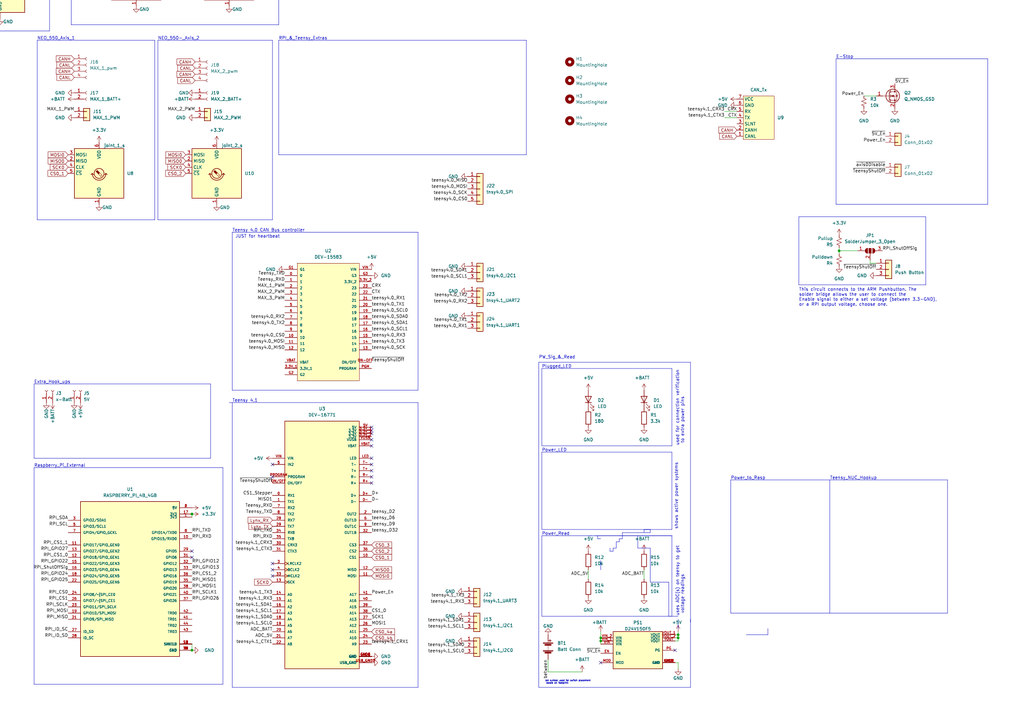
<source format=kicad_sch>
(kicad_sch (version 20230121) (generator eeschema)
  (paper "A3")
  (title_block (title "ASTRA_Arm_Modulus_Board") (company "Space Hardware Club") (comment 1 "Author: Brooks Calhoun") (comment 2 "Astra Project") (comment 3 "AutoSat Program") (comment 4 "This board is designed to control two arm designs up to the wrist point of each"))
  (lib_symbols
    (symbol "+3.3V_1" (power) (pin_names (offset 0))
      (property "Value" "+3.3V_1" (at 0 3.556 0))
      (symbol "+3.3V_1_1_1"
        (pin power_in line (at 0 0 90) (length 0) hide (name "+3.3V") (number "1"))
      )
    )
    (symbol "+5V_1" (power) (pin_names (offset 0))
      (property "Value" "+5V_1" (at 0 3.556 0))
      (symbol "+5V_1_1_1"
        (pin power_in line (at 0 0 90) (length 0) hide (name "+5V") (number "1"))
      )
    )
    (symbol "A4950E_1" (pin_names (offset 1.016))
      (property "Reference" "U13" (at -5.08 8.89 0))
      (property "Value" "Lynx" (at 5.08 8.89 0))
      (symbol "A4950E_1_1_1"
        (pin input line (at -10.16 5.08 0) (length 2.54) (name "RX") (number "1"))
        (pin input line (at -10.16 -5.08 0) (length 2.54) (name "TX") (number "2"))
        (pin input line (at 10.16 -5.08 180) (length 2.54) (name "V-") (number "3"))
        (pin input line (at 10.16 5.08 180) (length 2.54) (name "V+") (number "4"))
      )
    )
    (symbol "ArmElectronics_Library:Pololu_3730" (pin_names (offset 1.016))
      (property "Reference" "U" (at 10.16 -21.59 0))
      (property "Value" "Pololu_3730" (at 2.54 20.32 0))
      (symbol "Pololu_3730_1_1"
        (pin input line (at -5.08 15.24 0) (length 2.54) (name "V5(OUT)") (number "1"))
        (pin input line (at -5.08 -7.62 0) (length 2.54) (name "SLEEP") (number "10"))
        (pin input line (at -5.08 -10.16 0) (length 2.54) (name "RESET") (number "11"))
        (pin input line (at -5.08 -12.7 0) (length 2.54) (name "FAULT") (number "12"))
        (pin input line (at 7.62 -16.51 90) (length 2.54) (name "BIN1") (number "13"))
        (pin input line (at 10.16 -16.51 90) (length 2.54) (name "BIN2") (number "14"))
        (pin input line (at 12.7 -16.51 90) (length 2.54) (name "STALL/BEMFV") (number "15"))
        (pin input line (at 15.24 -16.51 90) (length 2.54) (name "BEMF") (number "16"))
        (pin input line (at 25.4 -3.81 180) (length 2.54) (name "BOUT2") (number "17"))
        (pin input line (at 25.4 -1.27 180) (length 2.54) (name "BOUT1") (number "18"))
        (pin input line (at 25.4 1.27 180) (length 2.54) (name "AOUT2") (number "19"))
        (pin input line (at -5.08 12.7 0) (length 2.54) (name "IOREF") (number "2"))
        (pin input line (at 25.4 3.81 180) (length 2.54) (name "AOUT1") (number "20"))
        (pin input line (at 25.4 6.35 180) (length 2.54) (name "GND") (number "21"))
        (pin input line (at 25.4 8.89 180) (length 2.54) (name "GND") (number "22"))
        (pin input line (at 25.4 11.43 180) (length 2.54) (name "VIN") (number "23"))
        (pin input line (at 25.4 13.97 180) (length 2.54) (name "VIN") (number "24"))
        (pin input line (at -5.08 10.16 0) (length 2.54) (name "GND") (number "3"))
        (pin input line (at -5.08 7.62 0) (length 2.54) (name "STEP/AIN1") (number "4"))
        (pin input line (at -5.08 5.08 0) (length 2.54) (name "DIR/AIN2") (number "5"))
        (pin input line (at -5.08 2.54 0) (length 2.54) (name "SDATO") (number "6"))
        (pin input line (at -5.08 0 0) (length 2.54) (name "SDATI") (number "7"))
        (pin input line (at -5.08 -2.54 0) (length 2.54) (name "SCLK") (number "8"))
        (pin input line (at -5.08 -5.08 0) (length 2.54) (name "SCS") (number "9"))
      )
    )
    (symbol "Arm_symLibrary:AS5047D_DevBoard"
      (property "Reference" "U" (at 0 0 0))
      (symbol "AS5047D_DevBoard_1_1"
        (pin power_in line (at -3.81 -30.48 90) (length 2.54) (name "GND") (number "1"))
        (pin output line (at -16.51 -12.7 0) (length 2.54) (name "MISO") (number "2"))
        (pin input line (at -16.51 -10.16 0) (length 2.54) (name "MOSI") (number "3"))
        (pin input line (at -16.51 -15.24 0) (length 2.54) (name "CLK") (number "4"))
        (pin input line (at -16.51 -17.78 0) (length 2.54) (name "~{CS}") (number "5"))
        (pin power_in line (at -3.81 -5.08 270) (length 2.54) (name "VDD") (number "6"))
      )
    )
    (symbol "Arm_symLibrary:CAN_Tx"
      (property "Reference" "U" (at 0 0 0))
      (symbol "CAN_Tx_1_1"
        (pin bidirectional line (at -8.89 -19.05 0) (length 2.54) (name "CANL") (number "1"))
        (pin bidirectional line (at -8.89 -16.51 0) (length 2.54) (name "CANH") (number "2"))
        (pin bidirectional line (at -8.89 -13.97 0) (length 2.54) (name "SLNT") (number "3"))
        (pin bidirectional line (at -8.89 -11.43 0) (length 2.54) (name "TX") (number "4"))
        (pin bidirectional line (at -8.89 -8.89 0) (length 2.54) (name "RX") (number "5"))
        (pin bidirectional line (at -8.89 -6.35 0) (length 2.54) (name "GND") (number "6"))
        (pin bidirectional line (at -8.89 -3.81 0) (length 2.54) (name "VCC") (number "7"))
      )
    )
    (symbol "Connector:Conn_01x02_Female" (pin_names (offset 1.016) hide)
      (property "Reference" "J" (at 0 2.54 0))
      (property "Value" "Conn_01x02_Female" (at 0 -5.08 0))
      (symbol "Conn_01x02_Female_1_1"
        (pin passive line (at -5.08 0 0) (length 3.81) (name "Pin_1") (number "1"))
        (pin passive line (at -5.08 -2.54 0) (length 3.81) (name "Pin_2") (number "2"))
      )
    )
    (symbol "Connector:Conn_01x04_Socket" (pin_names (offset 1.016) hide)
      (property "Reference" "J" (at 0 5.08 0))
      (property "Value" "Conn_01x04_Socket" (at 0 -7.62 0))
      (symbol "Conn_01x04_Socket_1_1"
        (pin passive line (at -5.08 2.54 0) (length 3.81) (name "Pin_1") (number "1"))
        (pin passive line (at -5.08 0 0) (length 3.81) (name "Pin_2") (number "2"))
        (pin passive line (at -5.08 -2.54 0) (length 3.81) (name "Pin_3") (number "3"))
        (pin passive line (at -5.08 -5.08 0) (length 3.81) (name "Pin_4") (number "4"))
      )
    )
    (symbol "Connector_Generic:Conn_01x02" (pin_names (offset 1.016) hide)
      (property "Reference" "J" (at 0 2.54 0))
      (property "Value" "Conn_01x02" (at 0 -5.08 0))
      (symbol "Conn_01x02_1_1"
        (pin passive line (at -5.08 0 0) (length 3.81) (name "Pin_1") (number "1"))
        (pin passive line (at -5.08 -2.54 0) (length 3.81) (name "Pin_2") (number "2"))
      )
    )
    (symbol "Connector_Generic:Conn_01x03" (pin_names (offset 1.016) hide)
      (property "Reference" "J" (at 0 5.08 0))
      (property "Value" "Conn_01x03" (at 0 -5.08 0))
      (symbol "Conn_01x03_1_1"
        (pin passive line (at -5.08 2.54 0) (length 3.81) (name "Pin_1") (number "1"))
        (pin passive line (at -5.08 0 0) (length 3.81) (name "Pin_2") (number "2"))
        (pin passive line (at -5.08 -2.54 0) (length 3.81) (name "Pin_3") (number "3"))
      )
    )
    (symbol "Connector_Generic:Conn_01x04" (pin_names (offset 1.016) hide)
      (property "Reference" "J" (at 0 5.08 0))
      (property "Value" "Conn_01x04" (at 0 -7.62 0))
      (symbol "Conn_01x04_1_1"
        (pin passive line (at -5.08 2.54 0) (length 3.81) (name "Pin_1") (number "1"))
        (pin passive line (at -5.08 0 0) (length 3.81) (name "Pin_2") (number "2"))
        (pin passive line (at -5.08 -2.54 0) (length 3.81) (name "Pin_3") (number "3"))
        (pin passive line (at -5.08 -5.08 0) (length 3.81) (name "Pin_4") (number "4"))
      )
    )
    (symbol "Connector_Generic:Conn_01x05" (pin_names (offset 1.016) hide)
      (property "Reference" "J" (at 0 7.62 0))
      (property "Value" "Conn_01x05" (at 0 -7.62 0))
      (symbol "Conn_01x05_1_1"
        (pin passive line (at -5.08 5.08 0) (length 3.81) (name "Pin_1") (number "1"))
        (pin passive line (at -5.08 2.54 0) (length 3.81) (name "Pin_2") (number "2"))
        (pin passive line (at -5.08 0 0) (length 3.81) (name "Pin_3") (number "3"))
        (pin passive line (at -5.08 -2.54 0) (length 3.81) (name "Pin_4") (number "4"))
        (pin passive line (at -5.08 -5.08 0) (length 3.81) (name "Pin_5") (number "5"))
      )
    )
    (symbol "D24V150F5:D24V150F5" (pin_names (offset 1.016))
      (property "Reference" "PS1" (at 0 11.3198 0))
      (property "Value" "D24V150F5" (at 0 8.7829 0))
      (symbol "D24V150F5_0_0"
        (pin input line (at -15.24 -1.27 0) (length 5.08) (name "EN") (number "EN"))
        (pin power_in line (at 15.24 -5.08 180) (length 5.08) (name "GND") (number "GND"))
        (pin power_in line (at 15.24 -5.08 180) (length 5.08) (name "GND") (number "GND1"))
        (pin power_in line (at 15.24 -5.08 180) (length 5.08) (name "GND") (number "GND2"))
        (pin power_in line (at 15.24 -5.08 180) (length 5.08) (name "GND") (number "GND3"))
        (pin power_in line (at 15.24 -5.08 180) (length 5.08) (name "GND") (number "GND4"))
        (pin power_in line (at 15.24 -5.08 180) (length 5.08) (name "GND") (number "GND5"))
        (pin power_in line (at 15.24 -5.08 180) (length 5.08) (name "GND") (number "GND6"))
        (pin power_in line (at 15.24 -5.08 180) (length 5.08) (name "GND") (number "GND7"))
        (pin input line (at -15.24 -5.08 0) (length 5.08) (name "MOD") (number "MOD"))
        (pin output line (at 15.24 0 180) (length 5.08) (name "PG") (number "PG"))
        (pin passive line (at -15.24 2.54 0) (length 5.08) (name "VIN") (number "VIN"))
        (pin input line (at -15.24 3.81 0) (length 5.08) (name "VIN") (number "VIN_1"))
        (pin input line (at -15.24 5.08 0) (length 5.08) (name "VIN") (number "VIN_2"))
        (pin power_out line (at 15.24 3.81 180) (length 5.08) (name "VOUT") (number "VOUT"))
        (pin power_out line (at 15.24 6.35 180) (length 5.08) (name "VOUT") (number "VOUT_1"))
        (pin power_out line (at 15.24 5.08 180) (length 5.08) (name "VOUT") (number "VOUT_2"))
      )
    )
    (symbol "DEV-15583:DEV-15583" (pin_names (offset 1.016))
      (property "Reference" "U" (at -12.7 23.622 0))
      (property "Value" "DEV-15583" (at -12.7 -27.94 0))
      (symbol "DEV-15583_0_0"
        (pin bidirectional line (at -17.78 17.78 0) (length 5.08) (name "0") (number "0"))
        (pin bidirectional line (at -17.78 15.24 0) (length 5.08) (name "1") (number "1"))
        (pin bidirectional line (at -17.78 -7.62 0) (length 5.08) (name "10") (number "10"))
        (pin bidirectional line (at -17.78 -10.16 0) (length 5.08) (name "11") (number "11"))
        (pin bidirectional line (at -17.78 -12.7 0) (length 5.08) (name "12") (number "12"))
        (pin bidirectional line (at 17.78 -12.7 180) (length 5.08) (name "13") (number "13"))
        (pin bidirectional line (at 17.78 -10.16 180) (length 5.08) (name "14") (number "14"))
        (pin bidirectional line (at 17.78 -7.62 180) (length 5.08) (name "15") (number "15"))
        (pin bidirectional line (at 17.78 -5.08 180) (length 5.08) (name "16") (number "16"))
        (pin bidirectional line (at 17.78 -2.54 180) (length 5.08) (name "17") (number "17"))
        (pin bidirectional line (at 17.78 0 180) (length 5.08) (name "18") (number "18"))
        (pin bidirectional line (at 17.78 2.54 180) (length 5.08) (name "19") (number "19"))
        (pin bidirectional line (at -17.78 12.7 0) (length 5.08) (name "2") (number "2"))
        (pin bidirectional line (at 17.78 5.08 180) (length 5.08) (name "20") (number "20"))
        (pin bidirectional line (at 17.78 7.62 180) (length 5.08) (name "21") (number "21"))
        (pin bidirectional line (at 17.78 10.16 180) (length 5.08) (name "22") (number "22"))
        (pin bidirectional line (at 17.78 12.7 180) (length 5.08) (name "23") (number "23"))
        (pin bidirectional line (at -17.78 10.16 0) (length 5.08) (name "3") (number "3"))
        (pin power_in line (at -17.78 -20.32 0) (length 5.08) (name "3.3V_1") (number "3.3V_1"))
        (pin power_in line (at 17.78 15.24 180) (length 5.08) (name "3.3V_2") (number "3.3V_2"))
        (pin bidirectional line (at -17.78 7.62 0) (length 5.08) (name "4") (number "4"))
        (pin bidirectional line (at -17.78 5.08 0) (length 5.08) (name "5") (number "5"))
        (pin bidirectional line (at -17.78 2.54 0) (length 5.08) (name "6") (number "6"))
        (pin bidirectional line (at -17.78 0 0) (length 5.08) (name "7") (number "7"))
        (pin bidirectional line (at -17.78 -2.54 0) (length 5.08) (name "8") (number "8"))
        (pin bidirectional line (at -17.78 -5.08 0) (length 5.08) (name "9") (number "9"))
        (pin power_in line (at -17.78 20.32 0) (length 5.08) (name "G1") (number "G1"))
        (pin power_in line (at -17.78 -22.86 0) (length 5.08) (name "G2") (number "G2"))
        (pin power_in line (at 17.78 17.78 180) (length 5.08) (name "G3") (number "G3"))
        (pin bidirectional line (at 17.78 -17.78 180) (length 5.08) (name "ON/OFF") (number "ON-OFF"))
        (pin bidirectional line (at 17.78 -20.32 180) (length 5.08) (name "PROGRAM") (number "PGM"))
        (pin power_in line (at -17.78 -17.78 0) (length 5.08) (name "VBAT") (number "VBAT"))
        (pin power_in line (at 17.78 20.32 180) (length 5.08) (name "VIN") (number "VIN"))
      )
    )
    (symbol "DEV-16771:DEV-16771" (pin_names (offset 1.016))
      (property "Reference" "U1" (at 0 54.4998 0))
      (property "Value" "DEV-16771" (at 0 51.9629 0))
      (symbol "DEV-16771_0_0"
        (pin bidirectional line (at -20.32 20.32 0) (length 5.08) (name "RX1") (number "0"))
        (pin bidirectional line (at -20.32 17.78 0) (length 5.08) (name "TX1") (number "1"))
        (pin bidirectional line (at 20.32 -5.08 180) (length 5.08) (name "CS1") (number "10"))
        (pin bidirectional line (at 20.32 -12.7 180) (length 5.08) (name "MOSI") (number "11"))
        (pin bidirectional line (at 20.32 -10.16 180) (length 5.08) (name "MISO") (number "12"))
        (pin bidirectional clock (at -20.32 -15.24 0) (length 5.08) (name "SCK") (number "13"))
        (pin bidirectional line (at -20.32 -20.32 0) (length 5.08) (name "A0") (number "14"))
        (pin bidirectional line (at -20.32 -22.86 0) (length 5.08) (name "A1") (number "15"))
        (pin bidirectional line (at -20.32 -25.4 0) (length 5.08) (name "A2") (number "16"))
        (pin bidirectional line (at -20.32 -27.94 0) (length 5.08) (name "A3") (number "17"))
        (pin bidirectional line (at -20.32 -30.48 0) (length 5.08) (name "A4") (number "18"))
        (pin bidirectional line (at -20.32 -33.02 0) (length 5.08) (name "A5") (number "19"))
        (pin output line (at 20.32 12.7 180) (length 5.08) (name "OUT2") (number "2"))
        (pin bidirectional line (at -20.32 -35.56 0) (length 5.08) (name "A6") (number "20"))
        (pin bidirectional line (at -20.32 -38.1 0) (length 5.08) (name "A7") (number "21"))
        (pin bidirectional line (at -20.32 -40.64 0) (length 5.08) (name "A8") (number "22"))
        (pin bidirectional line (at 20.32 -40.64 180) (length 5.08) (name "A9") (number "23"))
        (pin bidirectional line (at 20.32 -38.1 180) (length 5.08) (name "A10") (number "24"))
        (pin bidirectional line (at 20.32 -35.56 180) (length 5.08) (name "A11") (number "25"))
        (pin bidirectional line (at 20.32 -33.02 180) (length 5.08) (name "A12") (number "26"))
        (pin bidirectional line (at 20.32 -30.48 180) (length 5.08) (name "A13") (number "27"))
        (pin bidirectional line (at -20.32 10.16 0) (length 5.08) (name "RX7") (number "28"))
        (pin bidirectional line (at -20.32 7.62 0) (length 5.08) (name "TX7") (number "29"))
        (pin bidirectional clock (at -20.32 -7.62 0) (length 5.08) (name "LRCLK2") (number "3"))
        (pin power_out line (at 20.32 46.99 180) (length 5.08) (name "3.3V") (number "3.3V_1"))
        (pin power_out line (at 20.32 44.45 180) (length 5.08) (name "3.3V") (number "3.3V_2"))
        (pin power_in line (at 20.32 45.72 180) (length 5.08) (name "3.3V") (number "3.3V_3"))
        (pin bidirectional line (at -20.32 0 0) (length 5.08) (name "CRX3") (number "30"))
        (pin bidirectional line (at -20.32 -2.54 0) (length 5.08) (name "CTX3") (number "31"))
        (pin output line (at 20.32 5.08 180) (length 5.08) (name "OUT1B") (number "32"))
        (pin bidirectional clock (at -20.32 -12.7 0) (length 5.08) (name "MCLK2") (number "33"))
        (pin bidirectional line (at -20.32 5.08 0) (length 5.08) (name "RX8") (number "34"))
        (pin bidirectional line (at -20.32 2.54 0) (length 5.08) (name "TX8") (number "35"))
        (pin bidirectional line (at 20.32 -2.54 180) (length 5.08) (name "CS2") (number "36"))
        (pin bidirectional line (at 20.32 0 180) (length 5.08) (name "CS3") (number "37"))
        (pin bidirectional line (at 20.32 -27.94 180) (length 5.08) (name "A14") (number "38"))
        (pin bidirectional line (at 20.32 -25.4 180) (length 5.08) (name "A15") (number "39"))
        (pin bidirectional clock (at -20.32 -10.16 0) (length 5.08) (name "BCLK2") (number "4"))
        (pin bidirectional line (at 20.32 -22.86 180) (length 5.08) (name "A16") (number "40"))
        (pin bidirectional line (at 20.32 -20.32 180) (length 5.08) (name "A17") (number "41"))
        (pin bidirectional line (at -20.32 33.02 0) (length 5.08) (name "IN2") (number "5"))
        (pin power_in line (at 20.32 48.26 180) (length 5.08) (name "5V") (number "5V"))
        (pin output line (at 20.32 10.16 180) (length 5.08) (name "OUT1D") (number "6"))
        (pin bidirectional line (at -20.32 15.24 0) (length 5.08) (name "RX2") (number "7"))
        (pin bidirectional line (at -20.32 12.7 0) (length 5.08) (name "TX2") (number "8"))
        (pin output line (at 20.32 7.62 180) (length 5.08) (name "OUT1C") (number "9"))
        (pin bidirectional line (at 20.32 20.32 180) (length 5.08) (name "D+") (number "D+"))
        (pin bidirectional line (at 20.32 17.78 180) (length 5.08) (name "D-") (number "D-"))
        (pin power_in line (at 20.32 -45.72 180) (length 5.08) (name "GND") (number "GND1"))
        (pin power_in line (at 20.32 -45.72 180) (length 5.08) (name "GND") (number "GND2"))
        (pin power_in line (at 20.32 -45.72 180) (length 5.08) (name "GND") (number "GND3"))
        (pin power_in line (at 20.32 -45.72 180) (length 5.08) (name "GND") (number "GND4"))
        (pin power_in line (at 20.32 -45.72 180) (length 5.08) (name "GND") (number "GND5"))
        (pin bidirectional line (at 20.32 35.56 180) (length 5.08) (name "LED") (number "LED"))
        (pin bidirectional line (at -20.32 25.4 0) (length 5.08) (name "ON/OFF") (number "ON/OFF"))
        (pin bidirectional line (at -20.32 27.94 0) (length 5.08) (name "PROGRAM") (number "PROGRAM"))
        (pin bidirectional line (at 20.32 25.4 180) (length 5.08) (name "R+") (number "R+"))
        (pin bidirectional line (at 20.32 27.94 180) (length 5.08) (name "R-") (number "R-"))
        (pin bidirectional line (at 20.32 30.48 180) (length 5.08) (name "T+") (number "T+"))
        (pin bidirectional line (at 20.32 33.02 180) (length 5.08) (name "T-") (number "T-"))
        (pin power_in line (at 20.32 -48.26 180) (length 5.08) (name "USB_GND") (number "USB_GND1"))
        (pin power_in line (at 20.32 -48.26 180) (length 5.08) (name "USB_GND") (number "USB_GND2"))
        (pin passive line (at 20.32 40.64 180) (length 5.08) (name "VBAT") (number "VBAT"))
        (pin input line (at -20.32 35.56 0) (length 5.08) (name "VIN") (number "VIN"))
        (pin passive line (at 20.32 43.18 180) (length 5.08) (name "VUSB") (number "VUSB"))
      )
    )
    (symbol "Device:Battery" (pin_numbers hide) (pin_names (offset 0) hide)
      (property "Reference" "BT1" (at 2.667 0.4537 0))
      (property "Value" "Battery Connector" (at 2.667 -2.0832 0))
      (symbol "Battery_1_1"
        (pin passive line (at 0 5.08 270) (length 2.54) (name "+") (number "1"))
        (pin power_out line (at 0 -5.08 90) (length 2.54) (name "-") (number "2"))
      )
    )
    (symbol "Device:LED" (pin_numbers hide) (pin_names (offset 1.016) hide)
      (property "Reference" "D" (at 0 2.54 0))
      (property "Value" "LED" (at 0 -2.54 0))
      (symbol "LED_1_1"
        (pin passive line (at -3.81 0 0) (length 2.54) (name "K") (number "1"))
        (pin passive line (at 3.81 0 180) (length 2.54) (name "A") (number "2"))
      )
    )
    (symbol "Device:Q_NMOS_GSD" (pin_names (offset 0) hide)
      (property "Reference" "Q" (at 5.08 1.27 0))
      (property "Value" "Q_NMOS_GSD" (at 5.08 -1.27 0))
      (symbol "Q_NMOS_GSD_1_1"
        (pin input line (at -5.08 0 0) (length 2.54) (name "G") (number "1"))
        (pin passive line (at 2.54 -5.08 90) (length 2.54) (name "S") (number "2"))
        (pin passive line (at 2.54 5.08 270) (length 2.54) (name "D") (number "3"))
      )
    )
    (symbol "Device:R" (pin_numbers hide) (pin_names (offset 0))
      (property "Reference" "R" (at 2.032 0 90))
      (property "Value" "R" (at 0 0 90))
      (symbol "R_1_1"
        (pin passive line (at 0 3.81 270) (length 1.27) (name "~") (number "1"))
        (pin passive line (at 0 -3.81 90) (length 1.27) (name "~") (number "2"))
      )
    )
    (symbol "Device:R_Small_US" (pin_numbers hide) (pin_names (offset 0.254) hide)
      (property "Reference" "R" (at 0.762 0.508 0))
      (property "Value" "R_Small_US" (at 0.762 -1.016 0))
      (symbol "R_Small_US_1_1"
        (pin passive line (at 0 2.54 270) (length 1.016) (name "~") (number "1"))
        (pin passive line (at 0 -2.54 90) (length 1.016) (name "~") (number "2"))
      )
    )
    (symbol "GND_1" (power) (pin_names (offset 0))
      (property "Value" "GND_1" (at 0 -3.81 0))
      (symbol "GND_1_1_1"
        (pin power_in line (at 0 0 270) (length 0) hide (name "GND") (number "1"))
      )
    )
    (symbol "GND_2" (power) (pin_names (offset 0))
      (property "Value" "GND_2" (at 0 -3.81 0))
      (symbol "GND_2_1_1"
        (pin power_in line (at 0 0 270) (length 0) hide (name "GND") (number "1"))
      )
    )
    (symbol "GND_3" (power) (pin_names (offset 0))
      (property "Value" "GND_3" (at 0 -3.81 0))
      (symbol "GND_3_1_1"
        (pin power_in line (at 0 0 270) (length 0) hide (name "GND") (number "1"))
      )
    )
    (symbol "GND_4" (power) (pin_names (offset 0))
      (property "Value" "GND_4" (at 0 -3.81 0))
      (symbol "GND_4_1_1"
        (pin power_in line (at 0 0 270) (length 0) hide (name "GND") (number "1"))
      )
    )
    (symbol "GND_5" (power) (pin_names (offset 0))
      (property "Value" "GND_5" (at 0 -3.81 0))
      (symbol "GND_5_1_1"
        (pin power_in line (at 0 0 270) (length 0) hide (name "GND") (number "1"))
      )
    )
    (symbol "GND_6" (power) (pin_names (offset 0))
      (property "Value" "GND_6" (at 0 -3.81 0))
      (symbol "GND_6_1_1"
        (pin power_in line (at 0 0 270) (length 0) hide (name "GND") (number "1"))
      )
    )
    (symbol "GND_7" (power) (pin_names (offset 0))
      (property "Value" "GND_7" (at 0 -3.81 0))
      (symbol "GND_7_1_1"
        (pin power_in line (at 0 0 270) (length 0) hide (name "GND") (number "1"))
      )
    )
    (symbol "GND_8" (power) (pin_names (offset 0))
      (property "Value" "GND_8" (at 0 -3.81 0))
      (symbol "GND_8_1_1"
        (pin power_in line (at 0 0 270) (length 0) hide (name "GND") (number "1"))
      )
    )
    (symbol "Jumper:SolderJumper_3_Open" (pin_names (offset 0) hide)
      (property "Reference" "JP" (at -2.54 -2.54 0))
      (property "Value" "SolderJumper_3_Open" (at 0 2.794 0))
      (symbol "SolderJumper_3_Open_1_1"
        (pin passive line (at -5.08 0 0) (length 2.54) (name "A") (number "1"))
        (pin passive line (at 0 -3.81 90) (length 2.54) (name "C") (number "2"))
        (pin passive line (at 5.08 0 180) (length 2.54) (name "B") (number "3"))
      )
    )
    (symbol "Mechanical:MountingHole" (pin_names (offset 1.016))
      (property "Reference" "H" (at 0 5.08 0))
      (property "Value" "MountingHole" (at 0 3.175 0))
    )
    (symbol "RASPBERRY_PI_4B_4GB:RASPBERRY_PI_4B_4GB" (pin_names (offset 1.016))
      (property "Reference" "U1" (at 0 38.1 0))
      (property "Value" "RASPBERRY_PI_4B_4GB" (at 0 35.56 0))
      (symbol "RASPBERRY_PI_4B_4GB_0_0"
        (pin power_in line (at 25.4 26.67 180) (length 5.08) (name "3V3") (number "1"))
        (pin bidirectional line (at 25.4 17.78 180) (length 5.08) (name "GPIO15/RXD0") (number "10"))
        (pin bidirectional line (at -25.4 15.24 0) (length 5.08) (name "GPIO17/GPIO_GEN0") (number "11"))
        (pin bidirectional line (at -25.4 10.16 0) (length 5.08) (name "GPIO18/GPIO_GEN1") (number "12"))
        (pin bidirectional line (at -25.4 12.7 0) (length 5.08) (name "GPIO27/GPIO_GEN2") (number "13"))
        (pin power_in line (at 25.4 -27.94 180) (length 5.08) (name "GND") (number "14"))
        (pin bidirectional line (at -25.4 7.62 0) (length 5.08) (name "GPIO22/GPIO_GEN3") (number "15"))
        (pin bidirectional line (at -25.4 5.08 0) (length 5.08) (name "GPIO23/GPIO_GEN4") (number "16"))
        (pin power_in line (at 25.4 27.94 180) (length 5.08) (name "3V3") (number "17"))
        (pin bidirectional line (at -25.4 2.54 0) (length 5.08) (name "GPIO24/GPIO_GEN5") (number "18"))
        (pin bidirectional line (at -25.4 -12.7 0) (length 5.08) (name "GPIO10/SPI_MOSI") (number "19"))
        (pin power_in line (at 25.4 30.48 180) (length 5.08) (name "5V") (number "2"))
        (pin power_in line (at 25.4 -27.94 180) (length 5.08) (name "GND") (number "20"))
        (pin bidirectional line (at -25.4 -15.24 0) (length 5.08) (name "GPIO9/SPI_MISO") (number "21"))
        (pin bidirectional line (at -25.4 0 0) (length 5.08) (name "GPIO25/GPIO_GEN6") (number "22"))
        (pin bidirectional line (at -25.4 -10.16 0) (length 5.08) (name "GPIO11/SPI_SCLK") (number "23"))
        (pin bidirectional line (at -25.4 -5.08 0) (length 5.08) (name "GPIO8/~{SPI_CE0~{}") (number "24"))
        (pin power_in line (at 25.4 -27.94 180) (length 5.08) (name "GND") (number "25"))
        (pin bidirectional line (at -25.4 -7.62 0) (length 5.08) (name "GPIO7/~{SPI_CE1~{}") (number "26"))
        (pin bidirectional line (at -25.4 -20.32 0) (length 5.08) (name "ID_SD") (number "27"))
        (pin bidirectional line (at -25.4 -22.86 0) (length 5.08) (name "ID_SC") (number "28"))
        (pin bidirectional line (at 25.4 12.7 180) (length 5.08) (name "GPIO5") (number "29"))
        (pin bidirectional line (at -25.4 25.4 0) (length 5.08) (name "GPIO2/SDA1") (number "3"))
        (pin power_in line (at 25.4 -27.94 180) (length 5.08) (name "GND") (number "30"))
        (pin bidirectional line (at 25.4 10.16 180) (length 5.08) (name "GPIO6") (number "31"))
        (pin bidirectional line (at 25.4 7.62 180) (length 5.08) (name "GPIO12") (number "32"))
        (pin bidirectional line (at 25.4 5.08 180) (length 5.08) (name "GPIO13") (number "33"))
        (pin power_in line (at 25.4 -27.94 180) (length 5.08) (name "GND") (number "34"))
        (pin bidirectional line (at 25.4 0 180) (length 5.08) (name "GPIO19") (number "35"))
        (pin bidirectional line (at 25.4 2.54 180) (length 5.08) (name "GPIO16") (number "36"))
        (pin bidirectional line (at 25.4 -7.62 180) (length 5.08) (name "GPIO26") (number "37"))
        (pin bidirectional line (at 25.4 -2.54 180) (length 5.08) (name "GPIO20") (number "38"))
        (pin power_in line (at 25.4 -27.94 180) (length 5.08) (name "GND") (number "39"))
        (pin power_in line (at 25.4 30.48 180) (length 5.08) (name "5V") (number "4"))
        (pin bidirectional line (at 25.4 -5.08 180) (length 5.08) (name "GPIO21") (number "40"))
        (pin bidirectional line (at 25.4 -15.24 180) (length 5.08) (name "TR01") (number "41"))
        (pin bidirectional line (at 25.4 -12.7 180) (length 5.08) (name "TR00") (number "42"))
        (pin bidirectional line (at 25.4 -20.32 180) (length 5.08) (name "TR03") (number "43"))
        (pin bidirectional line (at 25.4 -17.78 180) (length 5.08) (name "TR02") (number "44"))
        (pin bidirectional line (at -25.4 22.86 0) (length 5.08) (name "GPIO3/SCL1") (number "5"))
        (pin power_in line (at 25.4 -27.94 180) (length 5.08) (name "GND") (number "6"))
        (pin bidirectional line (at -25.4 20.32 0) (length 5.08) (name "GPIO4/GPIO_GCKL") (number "7"))
        (pin bidirectional line (at 25.4 20.32 180) (length 5.08) (name "GPIO14/TXD0") (number "8"))
        (pin power_in line (at 25.4 -27.94 180) (length 5.08) (name "GND") (number "9"))
        (pin power_in line (at 25.4 -25.4 180) (length 5.08) (name "SHIELD") (number "S1"))
        (pin power_in line (at 25.4 -25.4 180) (length 5.08) (name "SHIELD") (number "S2"))
        (pin power_in line (at 25.4 -25.4 180) (length 5.08) (name "SHIELD") (number "S3"))
        (pin power_in line (at 25.4 -25.4 180) (length 5.08) (name "SHIELD") (number "S4"))
      )
    )
    (symbol "power:+3.3V" (power) (pin_names (offset 0))
      (property "Value" "+3.3V" (at 0 3.556 0))
      (symbol "+3.3V_1_1"
        (pin power_in line (at 0 0 90) (length 0) hide (name "+3.3V") (number "1"))
      )
    )
    (symbol "power:+5V" (power) (pin_names (offset 0))
      (property "Value" "+5V" (at 0 3.556 0))
      (symbol "+5V_1_1"
        (pin power_in line (at 0 0 90) (length 0) hide (name "+5V") (number "1"))
      )
    )
    (symbol "power:+BATT" (power) (pin_names (offset 0))
      (property "Value" "+BATT" (at 0 3.556 0))
      (symbol "+BATT_1_1"
        (pin power_in line (at 0 0 90) (length 0) hide (name "+BATT") (number "1"))
      )
    )
    (symbol "power:GND" (power) (pin_names (offset 0))
      (property "Value" "GND" (at 0 -3.81 0))
      (symbol "GND_1_1"
        (pin power_in line (at 0 0 270) (length 0) hide (name "GND") (number "1"))
      )
    )
  )
  (junction (at 78.74 266.7))
  (junction (at 278.13 260.35))
  (junction (at 278.13 261.62))
  (junction (at 246.38 262.89))
  (junction (at 246.38 261.62))
  (junction (at 78.74 210.82))
  (junction (at 344.17 102.87))
  (no_connect (at 111.76 195.58))
  (no_connect (at 152.4 177.8))
  (no_connect (at 152.4 182.88))
  (no_connect (at 457.2 142.24))
  (no_connect (at 111.76 236.22))
  (no_connect (at 152.4 198.12))
  (no_connect (at 469.9 166.37))
  (no_connect (at 472.44 166.37))
  (no_connect (at 152.4 176.53))
  (no_connect (at 111.76 190.5))
  (no_connect (at 477.52 166.37))
  (no_connect (at 78.74 226.06))
  (no_connect (at 78.74 228.6))
  (no_connect (at 457.2 144.78))
  (no_connect (at 152.4 193.04))
  (no_connect (at 276.86 266.7))
  (no_connect (at 111.76 231.14))
  (no_connect (at 474.98 166.37))
  (no_connect (at 152.4 187.96))
  (no_connect (at 152.4 195.58))
  (no_connect (at 152.4 175.26))
  (no_connect (at 152.4 190.5))
  (no_connect (at 152.4 180.34))
  (no_connect (at 246.38 271.78))
  (no_connect (at 111.76 233.68))
  (polyline (pts (xy 222.25 219.71) (xy 275.59 219.71)))
  (polyline (pts (xy 255.27 219.71) (xy 275.59 219.71)))
  (wire (pts (xy 276.86 260.35) (xy 278.13 260.35)))
  (polyline (pts (xy 250.19 226.06) (xy 251.46 226.06)))
  (polyline (pts (xy 379.73 116.84) (xy 379.73 88.9)))
  (polyline (pts (xy 220.98 281.94) (xy 220.98 148.59)))
  (polyline (pts (xy 95.25 165.1) (xy 95.25 281.94)))
  (polyline (pts (xy 64.77 16.51) (xy 64.77 90.17)))
  (wire (pts (xy 488.95 160.02) (xy 488.95 153.67)))
  (polyline (pts (xy 222.25 182.88) (xy 222.25 151.13)))
  (polyline (pts (xy 327.66 116.84) (xy 379.73 116.84)))
  (polyline (pts (xy 501.65 124.46) (xy 501.65 208.28)))
  (polyline (pts (xy 327.66 88.9) (xy 379.73 88.9)))
  (wire (pts (xy 278.13 262.89) (xy 276.86 262.89)))
  (polyline (pts (xy 63.5 90.17) (xy 15.24 90.17)))
  (wire (pts (xy 494.03 148.59) (xy 494.03 160.02)))
  (polyline (pts (xy 255.27 218.44) (xy 257.81 218.44)))
  (polyline (pts (xy 215.9 63.5) (xy 114.3 63.5)))
  (wire (pts (xy 297.18 48.26) (xy 302.26 48.26)))
  (wire (pts (xy 241.3 233.68) (xy 241.3 237.49)))
  (polyline (pts (xy 255.27 218.44) (xy 255.27 219.71)))
  (wire (pts (xy 356.87 107.95) (xy 356.87 106.68)))
  (polyline (pts (xy 275.59 151.13) (xy 275.59 182.88)))
  (polyline (pts (xy 327.66 88.9) (xy 327.66 116.84)))
  (polyline (pts (xy 252.73 224.79) (xy 252.73 222.25)))
  (polyline (pts (xy 251.46 224.79) (xy 252.73 224.79)))
  (polyline (pts (xy 441.96 124.46) (xy 501.65 124.46)))
  (polyline (pts (xy 261.62 224.79) (xy 261.62 219.71)))
  (polyline (pts (xy 245.11 219.71) (xy 275.59 219.71)))
  (wire (pts (xy 246.38 262.89) (xy 246.38 264.16)))
  (wire (pts (xy 246.38 261.62) (xy 246.38 262.89)))
  (polyline (pts (xy 266.7 238.76) (xy 266.7 224.79)))
  (polyline (pts (xy 13.97 157.48) (xy 86.36 157.48)))
  (polyline (pts (xy 283.21 281.94) (xy 220.98 281.94)))
  (polyline (pts (xy 171.45 95.25) (xy 95.25 95.25)))
  (polyline (pts (xy 254 222.25) (xy 254 220.98)))
  (polyline (pts (xy 306.07 260.35) (xy 314.96 260.35)))
  (wire (pts (xy 276.86 261.62) (xy 278.13 261.62)))
  (polyline (pts (xy -30.48 12.7) (xy -30.48 -54.61)))
  (polyline (pts (xy 29.21 10.16) (xy 29.21 -54.61)))
  (polyline (pts (xy 215.9 16.51) (xy 215.9 63.5)))
  (polyline (pts (xy 250.19 224.79) (xy 250.19 226.06)))
  (polyline (pts (xy 63.5 16.51) (xy 63.5 90.17)))
  (wire (pts (xy 78.74 264.16) (xy 78.74 266.7)))
  (polyline (pts (xy 388.62 251.46) (xy 299.72 251.46)))
  (polyline (pts (xy 222.25 217.17) (xy 222.25 185.42)))
  (polyline (pts (xy 222.25 151.13) (xy 275.59 151.13)))
  (polyline (pts (xy 254 219.71) (xy 255.27 219.71)))
  (polyline (pts (xy 274.32 238.76) (xy 266.7 238.76)))
  (polyline (pts (xy 501.65 208.28) (xy 441.96 208.28)))
  (polyline (pts (xy 441.96 208.28) (xy 441.96 124.46)))
  (wire (pts (xy 488.95 153.67) (xy 487.68 153.67)))
  (wire (pts (xy 278.13 260.35) (xy 278.13 261.62)))
  (polyline (pts (xy 255.27 219.71) (xy 275.59 219.71)))
  (polyline (pts (xy 254 220.98) (xy 255.27 220.98)))
  (polyline (pts (xy 278.13 254) (xy 278.13 257.81)))
  (polyline (pts (xy 13.97 187.96) (xy 13.97 157.48)))
  (polyline (pts (xy 270.51 219.71) (xy 273.05 219.71)))
  (polyline (pts (xy 264.16 217.17) (xy 264.16 218.44)))
  (polyline (pts (xy 222.25 252.73) (xy 222.25 219.71)))
  (wire (pts (xy 354.33 39.37) (xy 359.41 39.37)))
  (polyline (pts (xy 242.57 219.71) (xy 241.3 219.71)))
  (wire (pts (xy 278.13 261.62) (xy 278.13 262.89)))
  (polyline (pts (xy 95.25 95.25) (xy 95.25 160.02)))
  (polyline (pts (xy 283.21 148.59) (xy 283.21 281.94)))
  (polyline (pts (xy 13.97 191.77) (xy 91.44 191.77)))
  (polyline (pts (xy 255.27 220.98) (xy 255.27 219.71)))
  (polyline (pts (xy 275.59 217.17) (xy 222.25 217.17)))
  (wire (pts (xy 278.13 271.78) (xy 278.13 274.32)))
  (wire (pts (xy 297.18 45.72) (xy 302.26 45.72)))
  (polyline (pts (xy 342.9 24.13) (xy 405.13 24.13)))
  (polyline (pts (xy 20.32 12.7) (xy -30.48 12.7)))
  (polyline (pts (xy 64.77 90.17) (xy 111.76 90.17)))
  (wire (pts (xy 344.17 102.87) (xy 344.17 104.14)))
  (polyline (pts (xy 114.3 16.51) (xy 215.9 16.51)))
  (polyline (pts (xy 266.7 217.17) (xy 266.7 218.44)))
  (polyline (pts (xy 29.21 -54.61) (xy 114.3 -54.61)))
  (polyline (pts (xy 265.43 218.44) (xy 266.7 218.44)))
  (wire (pts (xy 344.17 102.87) (xy 344.17 101.6)))
  (polyline (pts (xy 299.72 251.46) (xy 299.72 196.85)))
  (wire (pts (xy 359.41 107.95) (xy 356.87 107.95)))
  (polyline (pts (xy 95.25 160.02) (xy 171.45 160.02)))
  (wire (pts (xy 224.79 270.51) (xy 224.79 275.59)))
  (polyline (pts (xy 275.59 252.73) (xy 222.25 252.73)))
  (polyline (pts (xy 275.59 219.71) (xy 275.59 252.73)))
  (polyline (pts (xy 275.59 185.42) (xy 275.59 217.17)))
  (polyline (pts (xy 246.38 229.87) (xy 246.38 233.68)))
  (polyline (pts (xy 252.73 222.25) (xy 254 222.25)))
  (polyline (pts (xy 278.13 252.73) (xy 274.32 252.73)))
  (polyline (pts (xy 342.9 83.82) (xy 342.9 24.13)))
  (wire (pts (xy 224.79 275.59) (xy 238.76 275.59)))
  (polyline (pts (xy 314.96 257.81) (xy 314.96 260.35)))
  (polyline (pts (xy 254 219.71) (xy 255.27 219.71)))
  (polyline (pts (xy 13.97 280.67) (xy 13.97 191.77)))
  (polyline (pts (xy 114.3 -54.61) (xy 114.3 10.16)))
  (polyline (pts (xy 257.81 218.44) (xy 261.62 218.44)))
  (wire (pts (xy 496.57 146.05) (xy 496.57 160.02)))
  (polyline (pts (xy 266.7 224.79) (xy 261.62 224.79)))
  (polyline (pts (xy 91.44 280.67) (xy 13.97 280.67)))
  (polyline (pts (xy 86.36 157.48) (xy 86.36 187.96)))
  (polyline (pts (xy 405.13 24.13) (xy 405.13 83.82)))
  (wire (pts (xy 491.49 160.02) (xy 491.49 151.13)))
  (polyline (pts (xy 171.45 165.1) (xy 93.98 165.1)))
  (polyline (pts (xy 20.32 -54.61) (xy 20.32 12.7)))
  (wire (pts (xy 494.03 148.59) (xy 487.68 148.59)))
  (polyline (pts (xy 275.59 182.88) (xy 222.25 182.88)))
  (polyline (pts (xy 95.25 281.94) (xy 171.45 281.94)))
  (polyline (pts (xy 246.38 220.98) (xy 245.11 220.98)))
  (wire (pts (xy 276.86 271.78) (xy 278.13 271.78)))
  (polyline (pts (xy 388.62 196.85) (xy 388.62 251.46)))
  (polyline (pts (xy 171.45 160.02) (xy 171.45 95.25)))
  (polyline (pts (xy 111.76 90.17) (xy 111.76 16.51)))
  (wire (pts (xy 278.13 259.08) (xy 278.13 260.35)))
  (wire (pts (xy 246.38 259.08) (xy 246.38 261.62)))
  (polyline (pts (xy 283.21 255.27) (xy 283.21 254)))
  (polyline (pts (xy 91.44 191.77) (xy 91.44 280.67)))
  (polyline (pts (xy 15.24 90.17) (xy 15.24 16.51)))
  (polyline (pts (xy 111.76 16.51) (xy 64.77 16.51)))
  (polyline (pts (xy 264.16 217.17) (xy 265.43 217.17)))
  (wire (pts (xy 487.68 146.05) (xy 496.57 146.05)))
  (wire (pts (xy 351.79 102.87) (xy 344.17 102.87)))
  (wire (pts (xy 264.16 233.68) (xy 264.16 237.49)))
  (polyline (pts (xy 245.11 219.71) (xy 275.59 219.71)))
  (polyline (pts (xy 405.13 83.82) (xy 342.9 83.82)))
  (polyline (pts (xy 261.62 218.44) (xy 265.43 218.44)))
  (polyline (pts (xy 220.98 148.59) (xy 283.21 148.59)))
  (wire (pts (xy 78.74 210.82) (xy 78.74 212.09)))
  (polyline (pts (xy 114.3 10.16) (xy 29.21 10.16)))
  (polyline (pts (xy 274.32 252.73) (xy 274.32 238.76)))
  (polyline (pts (xy 86.36 187.96) (xy 13.97 187.96)))
  (polyline (pts (xy 251.46 226.06) (xy 251.46 224.79)))
  (polyline (pts (xy 114.3 16.51) (xy 114.3 63.5)))
  (polyline (pts (xy 255.27 219.71) (xy 275.59 219.71)))
  (polyline (pts (xy 340.36 196.85) (xy 340.36 251.46)))
  (polyline (pts (xy 222.25 185.42) (xy 275.59 185.42)))
  (polyline (pts (xy 15.24 16.51) (xy 63.5 16.51)))
  (wire (pts (xy 491.49 151.13) (xy 487.68 151.13)))
  (polyline (pts (xy 245.11 219.71) (xy 245.11 220.98)))
  (polyline (pts (xy 171.45 281.94) (xy 171.45 165.1)))
  (polyline (pts (xy 261.62 219.71) (xy 256.54 219.71)))
  (polyline (pts (xy 243.84 219.71) (xy 245.11 219.71)))
  (polyline (pts (xy 265.43 217.17) (xy 266.7 217.17)))
  (polyline (pts (xy 299.72 196.85) (xy 388.62 196.85)))
  (polyline (pts (xy -29.21 -54.61) (xy 21.59 -54.61)))
  (text "NEO_550_Axis_1" (at 15.24 16.51 0) (effects (font (size 1.27 1.27)) (justify left bottom)))
  (text "uses ADC(s) on teensy to get\n voltage readings" (at 280.67 252.73 90) (effects (font (size 1.27 1.27)) (justify left bottom)))
  (text "Raspberry_Pi_External" (at 13.97 191.77 0) (effects (font (size 1.27 1.27)) (justify left bottom)))
  (text "Teensy_NUC_Hookup" (at 340.36 196.85 0) (effects (font (size 1.27 1.27)) (justify left bottom)))
  (text "used for connection verification\n to extra power pins" (at 280.67 182.88 90) (effects (font (size 1.27 1.27)) (justify left bottom)))
  (text "Power_Read" (at 222.25 219.71 0) (effects (font (size 1.27 1.27)) (justify left bottom)))
  (text "This circuit connects to the ARM Pushbutton. The \nsolder bridge allows the user to connect the \nEnable signal to either a set voltage (between 3.3-GND),\nor a RPI output voltage. choose one." (at 327.66 125.73 0) (effects (font (size 1.27 1.27)) (justify left bottom)))
  (text "Power_to_Rasp" (at 299.72 196.85 0) (effects (font (size 1.27 1.27)) (justify left bottom)))
  (text "Power_LED" (at 222.25 185.42 0) (effects (font (size 1.27 1.27)) (justify left bottom)))
  (text "JUST for heartbeat" (at 96.52 97.79 0) (effects (font (size 1.27 1.27)) (justify left bottom)))
  (text "Extra_Hook_ups" (at 13.97 157.48 0) (effects (font (size 1.27 1.27)) (justify left bottom)))
  (text "Teensy 4.0 CAN Bus controller" (at 95.25 95.25 0) (effects (font (size 1.27 1.27)) (justify left bottom)))
  (text "NEO_550-_Axis_2" (at 64.77 16.51 0) (effects (font (size 1.27 1.27)) (justify left bottom)))
  (text "RPI_&_Teensy_Extras" (at 114.3 16.51 0) (effects (font (size 1.27 1.27)) (justify left bottom)))
  (text "Lynx_Rotation" (at 29.21 -54.61 0) (effects (font (size 1.27 1.27)) (justify left bottom)))
  (text "Stepper_Motor_Axis_0" (at 443.23 124.46 0) (effects (font (size 1.27 1.27)) (justify left bottom)))
  (text "PW_Sig_&_Read" (at 220.98 147.32 0) (effects (font (size 1.27 1.27)) (justify left bottom)))
  (text "Plugged_LED" (at 222.25 151.13 0) (effects (font (size 1.27 1.27)) (justify left bottom)))
  (text "Arm_Joints" (at -29.21 -54.61 0) (effects (font (size 1.27 1.27)) (justify left bottom)))
  (text "E-Stop" (at 342.9 24.13 0) (effects (font (size 1.27 1.27)) (justify left bottom)))
  (text "Teensy 4,1" (at 95.25 165.1 0) (effects (font (size 1.27 1.27)) (justify left bottom)))
  (text "shows active power systems" (at 278.13 217.17 90) (effects (font (size 1.27 1.27)) (justify left bottom)))
  (text "led symbol used for switch placement\n based on footprint" (at 223.52 280.67 0) (effects (font (size 0.635 0.635)) (justify left bottom)))
  (label "teensy4.1_CTX3" (at 111.76 226.06 180))
  (label "Power_En" (at 363.22 58.42 180))
  (label "ADC_BATT" (at 111.76 259.08 180))
  (label "BOUT1" (at 491.49 160.02 90))
  (label "MOSI1" (at 457.2 180.34 180))
  (label "RPI_RXD" (at 111.76 220.98 180))
  (label "teensy4.0_RX2" (at 191.77 124.46 180))
  (label "teensy_D32" (at 152.4 218.44 0))
  (label "RPI_ID_SD" (at 27.94 261.62 180))
  (label "teensy4.0_MISO" (at 116.84 143.51 180))
  (label "RPI_SCL" (at -20.32 201.93 180))
  (label "MAX_1_PWM" (at 30.48 45.72 180))
  (label "~{TeensyShutOff}" (at 363.22 71.12 180))
  (label "teensy4.0_SCK" (at 152.4 143.51 0))
  (label "RPI_GPIO13" (at 78.74 233.68 0))
  (label "D+" (at 152.4 203.2 0))
  (label "Stepper_Reset" (at 457.2 160.02 180))
  (label "RPI_GPIO24" (at 27.94 236.22 180))
  (label "RPI_SCLK1" (at 78.74 243.84 0))
  (label "teensy4.0_SDA1" (at 191.77 111.76 180))
  (label "RPI_GPIO25" (at 27.94 238.76 180))
  (label "MISO1" (at 457.2 182.88 180))
  (label "MAX_1_PWM" (at 116.84 118.11 180))
  (label "Teensy_RXD" (at 116.84 115.57 180))
  (label "teensy4.1_CTX3" (at 297.18 48.26 180))
  (label "teensy4.1_SCL0" (at 190.5 267.97 180))
  (label "teensy4.0_RX2" (at 116.84 130.81 180))
  (label "RPI_SDA" (at 27.94 213.36 180))
  (label "teensy4.0_RX1" (at 152.4 123.19 0))
  (label "RPI_CS1_1" (at 27.94 223.52 180))
  (label "teensy4.0_SCL1" (at 191.77 114.3 180))
  (label "teensy4.1_CTX1" (at 111.76 264.16 180))
  (label "RPI_ShutOffSig" (at 361.95 102.87 0))
  (label "~{5V_En}" (at 367.03 34.29 0))
  (label "Power_En" (at 152.4 243.84 0))
  (label "Stepper_Fault" (at 457.2 162.56 180))
  (label "CRX" (at 152.4 118.11 0))
  (label "ADC_BATT" (at 264.16 236.22 180))
  (label "teensy4.0_SCK" (at 191.77 80.01 180))
  (label "teensy4.0_CS0" (at 116.84 138.43 180))
  (label "RPI_GPIO12" (at 78.74 231.14 0))
  (label "teensy4.0_SCL0" (at 152.4 128.27 0))
  (label "RPI_CS1_0" (at 27.94 228.6 180))
  (label "MISO1" (at 457.2 147.32 180))
  (label "teensy_D9" (at 152.4 215.9 0))
  (label "teensy4.1_SCL1" (at 111.76 251.46 180))
  (label "RPI_MOSI" (at 27.94 251.46 180))
  (label "MISO1" (at 111.76 205.74 180))
  (label "teensy4.1_SCL1" (at 190.5 257.81 180))
  (label "ADC_5V" (at 241.3 236.22 180))
  (label "CS1_Stepper" (at 457.2 154.94 180))
  (label "RPI_MISO" (at 27.94 254 180))
  (label "~{TeensyShutOff}" (at 152.4 148.59 0))
  (label "CTX" (at 152.4 120.65 0))
  (label "ADC_5V" (at 111.76 261.62 180))
  (label "~{5V_En}" (at 363.22 55.88 180))
  (label "teensy4.0_MOSI" (at 191.77 77.47 180))
  (label "CS1_Stepper" (at 111.76 203.2 180))
  (label "teensy4.0_TX1" (at 191.77 132.08 180))
  (label "teensy4.1_CRX3" (at 111.76 223.52 180))
  (label "teensy4.0_TX3" (at 152.4 140.97 0))
  (label "CS1_0" (at 152.4 251.46 0))
  (label "CS1_0" (at 457.2 187.96 180))
  (label "RPI_TXD" (at 78.74 218.44 0))
  (label "RPI_ID_SC" (at 27.94 259.08 180))
  (label "~{5V_En}" (at 246.38 267.97 180))
  (label "teensy4.0_MISO" (at 191.77 74.93 180))
  (label "teensy4.0_RX1" (at 191.77 134.62 180))
  (label "teensy4.0_SDA1" (at 152.4 133.35 0))
  (label "RPI_GPIO26" (at 78.74 246.38 0))
  (label "RPI_CS1_2" (at 78.74 236.22 0))
  (label "CTX" (at 302.26 48.26 180))
  (label "teensy_D6" (at 152.4 213.36 0))
  (label "MAX_3_PWM" (at 116.84 123.19 180))
  (label "RPI_RXD" (at 78.74 220.98 0))
  (label "~{TeensyShutOff}" (at 111.76 198.12 180))
  (label "~{axis0Disable}" (at 457.2 157.48 180))
  (label "between" (at 224.79 270.51 270))
  (label "MAX_2_PWM" (at 80.01 45.72 180))
  (label "teensy4.0_TX2" (at 191.77 121.92 180))
  (label "AOUT2" (at 494.03 160.02 90))
  (label "RPI_SCL" (at 27.94 215.9 180))
  (label "SCK1" (at 457.2 152.4 180))
  (label "teensy4.0_TX2" (at 116.84 133.35 180))
  (label "RPI_SDA" (at -20.32 199.39 180))
  (label "teensy4.1_SDA1" (at 111.76 248.92 180))
  (label "teensy4.0_RX3" (at 152.4 138.43 0))
  (label "teensy4.0_SDA0" (at 152.4 130.81 0))
  (label "teensy4.1_SDA0" (at 111.76 254 180))
  (label "~{axis0Disable}" (at 363.22 68.58 180))
  (label "teensy4.0_MOSI" (at 116.84 140.97 180))
  (label "teensy4.1_RX3" (at 111.76 246.38 180))
  (label "teensy4.1_TX3" (at 111.76 243.84 180))
  (label "RPI_TXD" (at 111.76 218.44 180))
  (label "teensy4.0_SCL1" (at 152.4 135.89 0))
  (label "SCK1" (at 457.2 185.42 180))
  (label "teensy4.1_SDA1" (at 190.5 255.27 180))
  (label "teensy4.1_TX3" (at 190.5 245.11 180))
  (label "teensy4.1_RX3" (at 190.5 247.65 180))
  (label "MOSI1" (at 152.4 256.54 0))
  (label "teensy4.0_CS0" (at 191.77 82.55 180))
  (label "teensy_D2" (at 152.4 210.82 0))
  (label "teensy4.1_CRX1" (at 152.4 264.16 0))
  (label "teensy4.1_CRX3" (at 297.18 45.72 180))
  (label "RPI_MOSI1" (at 78.74 241.3 0))
  (label "~{TeensyShutOff}" (at 359.41 110.49 180))
  (label "RPI_MISO1" (at 78.74 238.76 0))
  (label "RPI_GPIO22" (at 27.94 231.14 180))
  (label "RPI_CS1" (at 27.94 246.38 180))
  (label "RPI_ShutOffSig" (at 27.94 233.68 180))
  (label "MAX_2_PWM" (at 116.84 120.65 180))
  (label "teensy4.1_SDA0" (at 190.5 265.43 180))
  (label "Power_En" (at 354.33 39.37 180))
  (label "Teensy_TXD" (at 111.76 210.82 180))
  (label "Teensy_TXD" (at 116.84 113.03 180))
  (label "teensy4.0_TX1" (at 152.4 125.73 0))
  (label "MOSI1" (at 457.2 149.86 180))
  (label "Teensy_RXD" (at 111.76 208.28 180))
  (label "D-" (at 152.4 205.74 0))
  (label "RPI_CS0" (at 27.94 243.84 180))
  (label "RPI_GPIO27" (at 27.94 226.06 180))
  (label "BOUT2" (at 488.95 160.02 90))
  (label "SCK1" (at 152.4 254 0))
  (label "teensy4.1_SCL0" (at 111.76 256.54 180))
  (label "CRX" (at 302.26 45.72 180))
  (label "AOUT1" (at 496.57 160.02 90))
  (label "MAX_3_PWM" (at -11.43 -29.21 180))
  (label "RPI_SCLK" (at 27.94 248.92 180))
  (global_label "CS0_1" (shape input) (at 152.4 228.6 0) (property "Intersheetrefs" "${INTERSHEET_REFS}" (effects hide)))
  (global_label "MISO0" (shape input) (at 43.18 -15.24 180) (property "Intersheetrefs" "${INTERSHEET_REFS}" (effects hide)))
  (global_label "CS0_2" (shape input) (at 76.2 71.12 180) (property "Intersheetrefs" "${INTERSHEET_REFS}" (effects hide)))
  (global_label "MISO0" (shape input) (at -12.7 -10.16 180) (property "Intersheetrefs" "${INTERSHEET_REFS}" (effects hide)))
  (global_label "CANH" (shape input) (at -11.43 -43.18 180) (property "Intersheetrefs" "${INTERSHEET_REFS}" (effects hide)))
  (global_label "Lynx_TX" (shape input) (at 63.5 -34.29 180) (property "Intersheetrefs" "${INTERSHEET_REFS}" (effects hide)))
  (global_label "CS0_4b" (shape input) (at 81.28 -10.16 180) (property "Intersheetrefs" "${INTERSHEET_REFS}" (effects hide)))
  (global_label "CANH" (shape input) (at 80.01 30.48 180) (property "Intersheetrefs" "${INTERSHEET_REFS}" (effects hide)))
  (global_label "CANH" (shape input) (at 302.26 53.34 180) (property "Intersheetrefs" "${INTERSHEET_REFS}" (effects hide)))
  (global_label "SCK0" (shape input) (at 76.2 68.58 180) (property "Intersheetrefs" "${INTERSHEET_REFS}" (effects hide)))
  (global_label "CANL" (shape input) (at -11.43 -45.72 180) (property "Intersheetrefs" "${INTERSHEET_REFS}" (effects hide)))
  (global_label "MOSI0" (shape input) (at 76.2 63.5 180) (property "Intersheetrefs" "${INTERSHEET_REFS}" (effects hide)))
  (global_label "CANH" (shape input) (at 30.48 29.21 180) (property "Intersheetrefs" "${INTERSHEET_REFS}" (effects hide)))
  (global_label "CS0_2" (shape input) (at 152.4 226.06 0) (property "Intersheetrefs" "${INTERSHEET_REFS}" (effects hide)))
  (global_label "CANL" (shape input) (at -11.43 -40.64 180) (property "Intersheetrefs" "${INTERSHEET_REFS}" (effects hide)))
  (global_label "CANL" (shape input) (at 30.48 31.75 180) (property "Intersheetrefs" "${INTERSHEET_REFS}" (effects hide)))
  (global_label "Lynx_RX" (shape input) (at 111.76 213.36 180) (property "Intersheetrefs" "${INTERSHEET_REFS}" (effects hide)))
  (global_label "MOSI0" (shape input) (at 81.28 -17.78 180) (property "Intersheetrefs" "${INTERSHEET_REFS}" (effects hide)))
  (global_label "MOSI0" (shape input) (at 27.94 63.5 180) (property "Intersheetrefs" "${INTERSHEET_REFS}" (effects hide)))
  (global_label "MISO0" (shape input) (at 76.2 66.04 180) (property "Intersheetrefs" "${INTERSHEET_REFS}" (effects hide)))
  (global_label "MISO0" (shape input) (at 81.28 -15.24 180) (property "Intersheetrefs" "${INTERSHEET_REFS}" (effects hide)))
  (global_label "CS0_4a" (shape input) (at 43.18 -10.16 180) (property "Intersheetrefs" "${INTERSHEET_REFS}" (effects hide)))
  (global_label "SCK0" (shape input) (at 81.28 -12.7 180) (property "Intersheetrefs" "${INTERSHEET_REFS}" (effects hide)))
  (global_label "SCK0" (shape input) (at 111.76 238.76 180) (property "Intersheetrefs" "${INTERSHEET_REFS}" (effects hide)))
  (global_label "Lynx_RX" (shape input) (at 63.5 -44.45 180) (property "Intersheetrefs" "${INTERSHEET_REFS}" (effects hide)))
  (global_label "CANL" (shape input) (at 302.26 55.88 180) (property "Intersheetrefs" "${INTERSHEET_REFS}" (effects hide)))
  (global_label "CS0_1" (shape input) (at 27.94 71.12 180) (property "Intersheetrefs" "${INTERSHEET_REFS}" (effects hide)))
  (global_label "CANL" (shape input) (at 80.01 33.02 180) (property "Intersheetrefs" "${INTERSHEET_REFS}" (effects hide)))
  (global_label "MISO0" (shape input) (at 27.94 66.04 180) (property "Intersheetrefs" "${INTERSHEET_REFS}" (effects hide)))
  (global_label "SCK0" (shape input) (at 43.18 -12.7 180) (property "Intersheetrefs" "${INTERSHEET_REFS}" (effects hide)))
  (global_label "MOSI0" (shape input) (at 152.4 236.22 0) (property "Intersheetrefs" "${INTERSHEET_REFS}" (effects hide)))
  (global_label "CANH" (shape input) (at -11.43 -48.26 180) (property "Intersheetrefs" "${INTERSHEET_REFS}" (effects hide)))
  (global_label "SCK0" (shape input) (at 27.94 68.58 180) (property "Intersheetrefs" "${INTERSHEET_REFS}" (effects hide)))
  (global_label "CANL" (shape input) (at 80.01 27.94 180) (property "Intersheetrefs" "${INTERSHEET_REFS}" (effects hide)))
  (global_label "SCK0" (shape input) (at -12.7 -7.62 180) (property "Intersheetrefs" "${INTERSHEET_REFS}" (effects hide)))
  (global_label "CS0_4b" (shape input) (at 152.4 261.62 0) (property "Intersheetrefs" "${INTERSHEET_REFS}" (effects hide)))
  (global_label "CANH" (shape input) (at 30.48 24.13 180) (property "Intersheetrefs" "${INTERSHEET_REFS}" (effects hide)))
  (global_label "Lynx_TX" (shape input) (at 111.76 215.9 180) (property "Intersheetrefs" "${INTERSHEET_REFS}" (effects hide)))
  (global_label "MOSI0" (shape input) (at 43.18 -17.78 180) (property "Intersheetrefs" "${INTERSHEET_REFS}" (effects hide)))
  (global_label "CS0_3" (shape input) (at 152.4 223.52 0) (property "Intersheetrefs" "${INTERSHEET_REFS}" (effects hide)))
  (global_label "CANH" (shape input) (at 80.01 25.4 180) (property "Intersheetrefs" "${INTERSHEET_REFS}" (effects hide)))
  (global_label "CANL" (shape input) (at 30.48 26.67 180) (property "Intersheetrefs" "${INTERSHEET_REFS}" (effects hide)))
  (global_label "CS0_4a" (shape input) (at 152.4 259.08 0) (property "Intersheetrefs" "${INTERSHEET_REFS}" (effects hide)))
  (global_label "MOSI0" (shape input) (at -12.7 -12.7 180) (property "Intersheetrefs" "${INTERSHEET_REFS}" (effects hide)))
  (global_label "MISO0" (shape input) (at 152.4 233.68 0) (property "Intersheetrefs" "${INTERSHEET_REFS}" (effects hide)))
  (global_label "CS0_3" (shape input) (at -12.7 -5.08 180) (property "Intersheetrefs" "${INTERSHEET_REFS}" (effects hide)))
  (symbol (lib_id "Device:Q_NMOS_GSD") (at 364.49 39.37 0) (unit 1)
    (property "Reference" "Q2" (at 370.84 38.1 0) (effects (justify left)))
    (property "Value" "Q_NMOS_GSD" (at 370.84 40.64 0) (effects (justify left)))
    (property "Footprint" "Package_TO_SOT_SMD:SOT-23" (effects hide))
  )
  (symbol (lib_id "Connector_Generic:Conn_01x02") (at 368.3 68.58 0) (unit 1)
    (property "Reference" "J7" (at 370.84 68.58 0) (effects (justify left)))
    (property "Value" "Conn_01x02" (at 370.84 71.12 0) (effects (justify left)))
    (property "Footprint" "Connector_PinSocket_2.54mm:PinSocket_1x02_P2.54mm_Vertical" (effects hide))
  )
  (symbol (lib_id "power:+BATT") (at 487.68 135.89 270) (unit 1)
    (property "Reference" "#PWR08" (effects hide))
    (property "Value" "+BATT" (at 490.22 135.89 90) (effects (justify left)))
  )
  (symbol (lib_id "Mechanical:MountingHole") (at 233.68 25.4 0) (unit 1)
    (property "Reference" "H1" (at 236.22 24.1299 0) (effects (justify left)))
    (property "Value" "MountingHole" (at 236.22 26.6699 0) (effects (justify left)))
    (property "Footprint" "MountingHole:MountingHole_3mm" (effects hide))
  )
  (symbol (lib_id "Connector:Conn_01x02_Female") (at 35.56 38.1 0) (unit 1)
    (property "Reference" "J17" (at 36.83 38.0999 0) (effects (justify left)))
    (property "Value" "MAX_1_BATT+" (at 36.83 40.6399 0) (effects (justify left)))
    (property "Footprint" "Connector_AMASS:AMASS_XT60-F_1x02_P7.20mm_Vertical" (effects hide))
  )
  (symbol (lib_name "+3.3V_1") (lib_id "power:+3.3V") (at 0 -17.78 0) (unit 1)
    (property "Reference" "#PWR018" (effects hide))
    (property "Value" "+3.3V" (at 0 -22.86 0))
  )
  (symbol (lib_id "Mechanical:MountingHole") (at 233.68 40.64 0) (unit 1)
    (property "Reference" "H3" (at 236.22 39.3699 0) (effects (justify left)))
    (property "Value" "MountingHole" (at 236.22 41.9099 0) (effects (justify left)))
    (property "Footprint" "MountingHole:MountingHole_3mm" (effects hide))
  )
  (symbol (lib_id "Device:LED") (at 241.3 163.83 90) (unit 1)
    (property "Reference" "D2" (at 245.11 164.1474 90) (effects (justify right)))
    (property "Value" "LED" (at 245.11 166.6874 90) (effects (justify right)))
    (property "Footprint" "LED_SMD:LED_0603_1608Metric_Pad1.05x0.95mm_HandSolder" (effects hide))
  )
  (symbol (lib_id "power:+BATT") (at -11.43 -33.02 90) (unit 1)
    (property "Reference" "#PWR015" (effects hide))
    (property "Value" "+BATT" (at -15.24 -33.0199 90) (effects (justify left)))
  )
  (symbol (lib_id "Arm_symLibrary:AS5047D_DevBoard") (at 59.69 -27.94 0) (unit 1)
    (property "Reference" "U12" (at 67.31 -10.16 0) (effects (justify left)))
    (property "Value" "joint_4a_s" (at 62.23 -21.59 0))
    (property "Footprint" "Connector_JST:JST_EH_B6B-EH-A_1x06_P2.50mm_Vertical" (effects hide))
    (property "Datasheet" "https://ams.com/documents/20143/36005/AS5047D_DS000394_2-00.pdf" (effects hide))
  )
  (symbol (lib_name "GND_7") (lib_id "power:GND") (at 190.5 252.73 270) (unit 1)
    (property "Reference" "#PWR039" (effects hide))
    (property "Value" "GND" (at 186.69 252.73 90) (effects (justify right)))
  )
  (symbol (lib_id "power:GND") (at 0 7.62 0) (unit 1)
    (property "Reference" "#PWR019" (effects hide))
    (property "Value" "GND" (at 1.27 8.89 0) (effects (justify left)))
  )
  (symbol (lib_id "Connector_Generic:Conn_01x04") (at 494.03 165.1 270) (unit 1)
    (property "Reference" "J1" (at 492.76 168.91 90))
    (property "Value" "Conn_01x04" (at 492.76 171.45 90))
    (property "Footprint" "Connector_JST:JST_XH_S4B-XH-A_1x04_P2.50mm_Horizontal" (effects hide))
  )
  (symbol (lib_name "GND_7") (lib_id "power:GND") (at 191.77 119.38 270) (unit 1)
    (property "Reference" "#PWR045" (effects hide))
    (property "Value" "GND" (at 187.96 119.38 90) (effects (justify right)))
  )
  (symbol (lib_id "power:+5V") (at 78.74 208.28 270) (unit 1)
    (property "Reference" "#PWR01" (effects hide))
    (property "Value" "+5V" (at 82.55 208.28 90) (effects (justify left)))
  )
  (symbol (lib_id "power:GND") (at 78.74 266.7 90) (unit 1)
    (property "Reference" "#PWR0105" (effects hide))
    (property "Value" "GND" (at 83.82 266.6999 90) (effects (justify right)))
  )
  (symbol (lib_name "GND_5") (lib_id "power:GND") (at 344.17 109.22 0) (unit 1)
    (property "Reference" "#PWR034" (effects hide))
    (property "Value" "GND" (at 344.17 114.3 0))
  )
  (symbol (lib_name "+3.3V_1") (lib_id "power:+3.3V") (at 344.17 96.52 0) (unit 1)
    (property "Reference" "#PWR033" (effects hide))
    (property "Value" "+3.3V" (at 344.17 91.44 0))
  )
  (symbol (lib_id "power:+5V") (at 241.3 160.02 0) (unit 1)
    (property "Reference" "#PWR0161" (effects hide))
    (property "Value" "+5V" (at 241.3 154.94 0))
  )
  (symbol (lib_id "power:GND") (at 88.9 83.82 0) (unit 1)
    (property "Reference" "#PWR023" (effects hide))
    (property "Value" "GND" (at 90.17 85.09 0) (effects (justify left)))
  )
  (symbol (lib_id "power:+BATT") (at 21.59 165.1 180) (unit 1)
    (property "Reference" "#PWR0107" (effects hide))
    (property "Value" "+BATT" (at 21.59 167.64 90) (effects (justify left)))
  )
  (symbol (lib_id "Connector_Generic:Conn_01x03") (at 195.58 265.43 0) (unit 1)
    (property "Reference" "J14" (at 198.12 264.16 0) (effects (justify left)))
    (property "Value" "tnsy4.1_I2C0" (at 198.12 266.7 0) (effects (justify left)))
    (property "Footprint" "Connector_PinHeader_2.54mm:PinHeader_1x03_P2.54mm_Vertical" (effects hide))
  )
  (symbol (lib_id "power:+BATT") (at 264.16 226.06 0) (unit 1)
    (property "Reference" "#PWR0156" (effects hide))
    (property "Value" "+BATT" (at 260.35 220.98 0) (effects (justify left)))
  )
  (symbol (lib_name "GND_8") (lib_id "power:GND") (at 30.48 48.26 270) (unit 1)
    (property "Reference" "#PWR037" (effects hide))
    (property "Value" "GND" (at 26.67 48.26 90) (effects (justify right)))
  )
  (symbol (lib_id "Arm_symLibrary:AS5047D_DevBoard") (at 3.81 -22.86 0) (unit 1)
    (property "Reference" "U6" (at 11.43 -5.08 0) (effects (justify left)))
    (property "Value" "joint_3_s" (at 6.35 -16.51 0))
    (property "Footprint" "Connector_JST:JST_EH_B6B-EH-A_1x06_P2.50mm_Vertical" (effects hide))
    (property "Datasheet" "https://ams.com/documents/20143/36005/AS5047D_DS000394_2-00.pdf" (effects hide))
  )
  (symbol (lib_name "GND_8") (lib_id "power:GND") (at -11.43 -26.67 270) (unit 1)
    (property "Reference" "#PWR042" (effects hide))
    (property "Value" "GND" (at -15.24 -26.67 90) (effects (justify right)))
  )
  (symbol (lib_name "GND_3") (lib_id "power:GND") (at 354.33 44.45 0) (unit 1)
    (property "Reference" "#PWR024" (effects hide))
    (property "Value" "GND" (at 354.33 49.53 0))
  )
  (symbol (lib_id "Connector:Conn_01x04_Socket") (at 85.09 27.94 0) (unit 1)
    (property "Reference" "J18" (at 86.36 26.6699 0) (effects (justify left)))
    (property "Value" "MAX_2_pwm" (at 86.36 29.2099 0) (effects (justify left)))
    (property "Footprint" "Connector_JST:JST_EH_B4B-EH-A_1x04_P2.50mm_Vertical" (effects hide))
  )
  (symbol (lib_id "D24V150F5:D24V150F5") (at 261.62 266.7 0) (unit 1)
    (property "Reference" "PS1" (at 261.62 255.3802 0))
    (property "Value" "D24V150F5" (at 261.62 257.9171 0))
    (property "Footprint" "D24V150F5:POLOLU_D24V150F5" (effects hide))
    (property "Datasheet" "https://www.pololu.com/product/2881" (effects hide))
    (property "PARTREV" "27/09/2016" (effects hide))
    (property "STANDARD" "Manufacturer Recommendations" (effects hide))
    (property "MAXIMUM_PACKAGE_HEIGHT" "11.37mm" (effects hide))
    (property "MANUFACTURER" "Pololu" (effects hide))
  )
  (symbol (lib_id "power:GND") (at 278.13 274.32 0) (unit 1)
    (property "Reference" "#PWR0154" (effects hide))
    (property "Value" "GND" (at 278.13 278.13 0))
  )
  (symbol (lib_id "Connector_Generic:Conn_01x03") (at 364.49 110.49 0) (unit 1)
    (property "Reference" "J8" (at 367.03 109.22 0) (effects (justify left)))
    (property "Value" "Push Button" (at 367.03 111.76 0) (effects (justify left)))
    (property "Footprint" "Connector_JST:JST_PH_B3B-PH-K_1x03_P2.00mm_Vertical" (effects hide))
  )
  (symbol (lib_name "GND_6") (lib_id "power:GND") (at -20.32 196.85 270) (unit 1)
    (property "Reference" "#PWR07" (effects hide))
    (property "Value" "GND" (at -22.86 196.85 90) (effects (justify right)))
  )
  (symbol (lib_id "DEV-15583:DEV-15583") (at 134.62 130.81 0) (unit 1)
    (property "Reference" "U2" (at 134.62 102.87 0))
    (property "Value" "DEV-15583" (at 134.62 105.41 0))
    (property "Footprint" "DEV-15583:MODULE_DEV-15583" (effects hide))
    (property "MF" "SparkFun Electronics" (effects hide))
    (property "MAXIMUM_PACKAGE_HEIGHT" "5.87mm" (effects hide))
    (property "Package" "None" (effects hide))
    (property "Price" "None" (effects hide))
    (property "Check_prices" "https://www.snapeda.com/parts/DEV-15583/SparkFun+Electronics/view-part/?ref=eda" (effects hide))
    (property "STANDARD" "Manufacturer Recommendations" (effects hide))
    (property "SnapEDA_Link" "https://www.snapeda.com/parts/DEV-15583/SparkFun+Electronics/view-part/?ref=snap" (effects hide))
    (property "MP" "DEV-15583" (effects hide))
    (property "Purchase-URL" "https://www.snapeda.com/api/url_track_click_mouser/?unipart_id=4001229&manufacturer=SparkFun Electronics&part_name=DEV-15583&search_term=teensy 4.0" (effects hide))
    (property "Description" "\nRT1062 Teensy 4.0 series ARM® Cortex®-M7 MPU Embedded Evaluation Board\n" (effects hide))
    (property "Availability" "In Stock" (effects hide))
    (property "MANUFACTURER" "Sparkfun" (effects hide))
  )
  (symbol (lib_id "power:GND") (at 264.16 245.11 0) (unit 1)
    (property "Reference" "#PWR0140" (effects hide))
    (property "Value" "GND" (at 264.16 250.19 0))
  )
  (symbol (lib_name "GND_7") (lib_id "power:GND") (at 191.77 72.39 270) (unit 1)
    (property "Reference" "#PWR044" (effects hide))
    (property "Value" "GND" (at 187.96 72.39 90) (effects (justify right)))
  )
  (symbol (lib_id "Device:Battery") (at 224.79 265.43 0) (unit 1)
    (property "Reference" "BT1" (at 228.6 263.7789 0) (effects (justify left)))
    (property "Value" "Batt Conn" (at 228.6 266.3189 0) (effects (justify left)))
    (property "Footprint" "Connector_AMASS:AMASS_XT60-F_1x02_P7.20mm_Vertical" (effects hide))
  )
  (symbol (lib_id "power:GND") (at 116.84 110.49 270) (unit 1)
    (property "Reference" "#PWR03" (effects hide))
    (property "Value" "GND" (at 113.03 110.49 90) (effects (justify right)))
  )
  (symbol (lib_name "GND_7") (lib_id "power:GND") (at 191.77 129.54 270) (unit 1)
    (property "Reference" "#PWR046" (effects hide))
    (property "Value" "GND" (at 187.96 129.54 90) (effects (justify right)))
  )
  (symbol (lib_name "GND_2") (lib_id "power:GND") (at 487.68 143.51 90) (unit 1)
    (property "Reference" "#PWR011" (effects hide))
    (property "Value" "GND" (at 491.49 143.51 90) (effects (justify right)))
  )
  (symbol (lib_id "Device:R") (at 264.16 171.45 0) (unit 1)
    (property "Reference" "R1" (at 266.7 170.1799 0) (effects (justify left)))
    (property "Value" "3.3k" (at 266.7 172.7199 0) (effects (justify left)))
    (property "Footprint" "Resistor_SMD:R_0603_1608Metric_Pad0.98x0.95mm_HandSolder" (effects hide))
  )
  (symbol (lib_id "Connector_Generic:Conn_01x03") (at 196.85 111.76 0) (unit 1)
    (property "Reference" "J21" (at 199.39 110.49 0) (effects (justify left)))
    (property "Value" "tnsy4.0_I2C1" (at 199.39 113.03 0) (effects (justify left)))
    (property "Footprint" "Connector_PinHeader_2.54mm:PinHeader_1x03_P2.54mm_Vertical" (effects hide))
  )
  (symbol (lib_id "power:+5V") (at 33.02 165.1 180) (unit 1)
    (property "Reference" "#PWR0108" (effects hide))
    (property "Value" "+5V" (at 33.02 167.64 90) (effects (justify left)))
  )
  (symbol (lib_id "Device:R") (at 241.3 241.3 0) (unit 1)
    (property "Reference" "R14" (at 243.84 240.0299 0) (effects (justify left)))
    (property "Value" "10k" (at 243.84 242.5699 0) (effects (justify left)))
    (property "Footprint" "Resistor_SMD:R_0603_1608Metric_Pad0.98x0.95mm_HandSolder" (effects hide))
  )
  (symbol (lib_id "Arm_symLibrary:AS5047D_DevBoard") (at 473.71 170.18 0) (unit 1)
    (property "Reference" "U7" (at 481.33 187.96 0) (effects (justify left)))
    (property "Value" "joint_0_s" (at 476.25 176.53 0))
    (property "Footprint" "Connector_JST:JST_EH_S6B-EH_1x06_P2.50mm_Horizontal" (effects hide))
    (property "Datasheet" "https://ams.com/documents/20143/36005/AS5047D_DS000394_2-00.pdf" (effects hide))
  )
  (symbol (lib_id "power:GND") (at 80.01 38.1 270) (unit 1)
    (property "Reference" "#PWR0127" (effects hide))
    (property "Value" "GND" (at 77.47 38.1 90) (effects (justify right)))
  )
  (symbol (lib_id "Connector:Conn_01x02_Female") (at -6.35 -35.56 0) (unit 1)
    (property "Reference" "J6" (at -5.08 -35.5601 0) (effects (justify left)))
    (property "Value" "Max_3_BATT+" (at -5.08 -33.0201 0) (effects (justify left)))
    (property "Footprint" "Connector_AMASS:AMASS_XT60-F_1x02_P7.20mm_Vertical" (effects hide))
  )
  (symbol (lib_name "A4950E_1") (lib_id "Driver_Motor:A4950E") (at 73.66 -39.37 0) (unit 1)
    (property "Reference" "U13" (at 68.58 -48.26 0))
    (property "Value" "Lynx" (at 78.74 -48.26 0))
    (property "Footprint" "Connector_JST:JST_EH_B4B-EH-A_1x04_P2.50mm_Vertical" (effects hide))
    (property "Datasheet" "http://www.allegromicro.com/~/media/Files/Datasheets/A4950-Datasheet.ashx" (effects hide))
  )
  (symbol (lib_id "Connector_Generic:Conn_01x02") (at 35.56 45.72 0) (unit 1)
    (property "Reference" "J11" (at 38.1 45.72 0) (effects (justify left)))
    (property "Value" "MAX_1_PWM" (at 38.1 48.26 0) (effects (justify left)))
    (property "Footprint" "Connector_JST:JST_PH_B2B-PH-K_1x02_P2.00mm_Vertical" (effects hide))
  )
  (symbol (lib_id "Device:R") (at 241.3 171.45 0) (unit 1)
    (property "Reference" "R2" (at 243.84 170.1799 0) (effects (justify left)))
    (property "Value" "180" (at 243.84 172.7199 0) (effects (justify left)))
    (property "Footprint" "Resistor_SMD:R_0603_1608Metric_Pad0.98x0.95mm_HandSolder" (effects hide))
  )
  (symbol (lib_id "Connector:Conn_01x04_Socket") (at 35.56 26.67 0) (unit 1)
    (property "Reference" "J16" (at 36.83 25.3999 0) (effects (justify left)))
    (property "Value" "MAX_1_pwm" (at 36.83 27.9399 0) (effects (justify left)))
    (property "Footprint" "Connector_JST:JST_EH_B4B-EH-A_1x04_P2.50mm_Vertical" (effects hide))
  )
  (symbol (lib_id "Connector_Generic:Conn_01x03") (at 195.58 245.11 0) (unit 1)
    (property "Reference" "J12" (at 198.12 243.84 0) (effects (justify left)))
    (property "Value" "tnsy4.1_UART3" (at 198.12 246.38 0) (effects (justify left)))
    (property "Footprint" "Connector_PinHeader_2.54mm:PinHeader_1x03_P2.54mm_Vertical" (effects hide))
  )
  (symbol (lib_name "GND_3") (lib_id "power:GND") (at 367.03 44.45 0) (unit 1)
    (property "Reference" "#PWR025" (effects hide))
    (property "Value" "GND" (at 367.03 49.53 0))
  )
  (symbol (lib_id "RASPBERRY_PI_4B_4GB:RASPBERRY_PI_4B_4GB") (at 53.34 238.76 0) (unit 1)
    (property "Reference" "U1" (at 53.34 200.66 0))
    (property "Value" "RASPBERRY_PI_4B_4GB" (at 53.34 203.2 0))
    (property "Footprint" "RASPBERRY_PI_4B_4GB:MODULE_RASPBERRY_PI_4B_4GB" (effects hide))
    (property "SnapEDA_Link" "https://www.snapeda.com/parts/RASPBERRY%20PI%204B/4GB/Raspberry+Pi/view-part/?ref=snap" (effects hide))
    (property "MAXIMUM_PACKAGE_HEIGHT" "16 mm" (effects hide))
    (property "Package" "None" (effects hide))
    (property "Check_prices" "https://www.snapeda.com/parts/RASPBERRY%20PI%204B/4GB/Raspberry+Pi/view-part/?ref=eda" (effects hide))
    (property "STANDARD" "Manufacturer Recommendations" (effects hide))
    (property "PARTREV" "4" (effects hide))
    (property "MF" "Raspberry Pi" (effects hide))
    (property "MP" "RASPBERRY PI 4B/4GB" (effects hide))
    (property "Description" "\nBCM2711 Raspberry Pi 4 Model B 4GB - ARM® Cortex®-A72 MPU Embedded Evaluation Board\n" (effects hide))
    (property "MANUFACTURER" "Raspberry Pi" (effects hide))
    (property "SNAPEDA_PN" "RASPBERRY PI 4B/4GB" (effects hide))
  )
  (symbol (lib_id "power:GND") (at 83.82 -34.29 90) (unit 1)
    (property "Reference" "#PWR021" (effects hide))
    (property "Value" "GND" (at 87.63 -34.2901 90) (effects (justify right)))
  )
  (symbol (lib_name "+5V_1") (lib_id "power:+5V") (at 302.26 40.64 90) (unit 1)
    (property "Reference" "#PWR05" (effects hide))
    (property "Value" "+5V" (at 298.45 40.64 90) (effects (justify left)))
  )
  (symbol (lib_id "Arm_symLibrary:AS5047D_DevBoard") (at 97.79 -27.94 0) (unit 1)
    (property "Reference" "U16" (at 105.41 -10.16 0) (effects (justify left)))
    (property "Value" "joint_4b_s" (at 100.33 -21.59 0))
    (property "Footprint" "Connector_JST:JST_EH_B6B-EH-A_1x06_P2.50mm_Vertical" (effects hide))
    (property "Datasheet" "https://ams.com/documents/20143/36005/AS5047D_DS000394_2-00.pdf" (effects hide))
  )
  (symbol (lib_id "power:+5V") (at 278.13 259.08 0) (unit 1)
    (property "Reference" "#PWR0155" (effects hide))
    (property "Value" "+5V" (at 275.59 255.27 0) (effects (justify left)))
  )
  (symbol (lib_name "+3.3V_1") (lib_id "power:+3.3V") (at 78.74 210.82 270) (unit 1)
    (property "Reference" "#PWR035" (effects hide))
    (property "Value" "+3.3V" (at 82.55 210.82 90) (effects (justify left)))
  )
  (symbol (lib_name "GND_4") (lib_id "power:GND") (at 359.41 113.03 270) (unit 1)
    (property "Reference" "#PWR032" (effects hide))
    (property "Value" "GND" (at 355.6 113.03 90) (effects (justify right)))
  )
  (symbol (lib_id "Device:R_Small_US") (at 344.17 99.06 180) (unit 1)
    (property "Reference" "R5" (at 341.63 100.33 0) (effects (justify left)))
    (property "Value" "Pullup" (at 341.63 97.79 0) (effects (justify left)))
    (property "Footprint" "Resistor_SMD:R_0603_1608Metric_Pad0.98x0.95mm_HandSolder" (effects hide))
  )
  (symbol (lib_id "Device:R") (at 264.16 241.3 0) (unit 1)
    (property "Reference" "R13" (at 266.7 240.0299 0) (effects (justify left)))
    (property "Value" "10k" (at 266.7 242.5699 0) (effects (justify left)))
    (property "Footprint" "Resistor_SMD:R_0603_1608Metric_Pad0.98x0.95mm_HandSolder" (effects hide))
  )
  (symbol (lib_id "power:+5V") (at 152.4 110.49 0) (unit 1)
    (property "Reference" "#PWR02" (effects hide))
    (property "Value" "+5V" (at 152.4 105.41 0))
  )
  (symbol (lib_id "Device:LED") (at 264.16 163.83 90) (unit 1)
    (property "Reference" "D1" (at 267.97 164.1474 90) (effects (justify right)))
    (property "Value" "LED" (at 267.97 166.6874 90) (effects (justify right)))
    (property "Footprint" "LED_SMD:LED_0603_1608Metric_Pad1.05x0.95mm_HandSolder" (effects hide))
  )
  (symbol (lib_id "power:GND") (at 40.64 83.82 0) (unit 1)
    (property "Reference" "#PWR017" (effects hide))
    (property "Value" "GND" (at 41.91 85.09 0) (effects (justify left)))
  )
  (symbol (lib_name "GND_2") (lib_id "power:GND") (at 487.68 140.97 90) (unit 1)
    (property "Reference" "#PWR010" (effects hide))
    (property "Value" "GND" (at 491.49 140.97 90) (effects (justify right)))
  )
  (symbol (lib_id "Connector:Conn_01x04_Socket") (at -6.35 -45.72 0) (unit 1)
    (property "Reference" "J2" (at -5.08 -46.9901 0) (effects (justify left)))
    (property "Value" "Max_3_pwm" (at -5.08 -44.4501 0) (effects (justify left)))
    (property "Footprint" "Connector_JST:JST_EH_B4B-EH-A_1x04_P2.50mm_Vertical" (effects hide))
  )
  (symbol (lib_name "+3.3V_1") (lib_id "power:+3.3V") (at 93.98 -22.86 0) (unit 1)
    (property "Reference" "#PWR026" (effects hide))
    (property "Value" "+3.3V" (at 93.98 -27.94 0))
  )
  (symbol (lib_id "power:GND") (at 241.3 245.11 0) (unit 1)
    (property "Reference" "#PWR0123" (effects hide))
    (property "Value" "GND" (at 241.3 250.19 0))
  )
  (symbol (lib_id "Connector:Conn_01x02_Female") (at 85.09 38.1 0) (unit 1)
    (property "Reference" "J19" (at 86.36 38.0999 0) (effects (justify left)))
    (property "Value" "MAX_2_BATT+" (at 86.36 40.6399 0) (effects (justify left)))
    (property "Footprint" "Connector_AMASS:AMASS_XT60-F_1x02_P7.20mm_Vertical" (effects hide))
  )
  (symbol (lib_id "Jumper:SolderJumper_3_Open") (at 356.87 102.87 0) (unit 1)
    (property "Reference" "JP1" (at 356.87 96.52 0))
    (property "Value" "SolderJumper_3_Open" (at 356.87 99.06 0))
    (property "Footprint" "Jumper:SolderJumper-3_P1.3mm_Open_RoundedPad1.0x1.5mm" (effects hide))
  )
  (symbol (lib_id "Mechanical:MountingHole") (at 233.68 33.02 0) (unit 1)
    (property "Reference" "H2" (at 236.22 31.7499 0) (effects (justify left)))
    (property "Value" "MountingHole" (at 236.22 34.2899 0) (effects (justify left)))
    (property "Footprint" "MountingHole:MountingHole_3mm" (effects hide))
  )
  (symbol (lib_name "GND_7") (lib_id "power:GND") (at 190.5 242.57 270) (unit 1)
    (property "Reference" "#PWR038" (effects hide))
    (property "Value" "GND" (at 186.69 242.57 90) (effects (justify right)))
  )
  (symbol (lib_id "power:+BATT") (at 80.01 40.64 90) (unit 1)
    (property "Reference" "#PWR0128" (effects hide))
    (property "Value" "+BATT" (at 77.47 40.64 90) (effects (justify left)))
  )
  (symbol (lib_name "+3.3V_1") (lib_id "power:+3.3V") (at 55.88 -22.86 0) (unit 1)
    (property "Reference" "#PWR022" (effects hide))
    (property "Value" "+3.3V" (at 55.88 -27.94 0))
  )
  (symbol (lib_name "GND_2") (lib_id "power:GND") (at 457.2 139.7 270) (unit 1)
    (property "Reference" "#PWR012" (effects hide))
    (property "Value" "GND" (at 453.39 139.7 90) (effects (justify right)))
  )
  (symbol (lib_name "GND_7") (lib_id "power:GND") (at 190.5 262.89 270) (unit 1)
    (property "Reference" "#PWR040" (effects hide))
    (property "Value" "GND" (at 186.69 262.89 90) (effects (justify right)))
  )
  (symbol (lib_id "power:GND") (at -11.43 -35.56 270) (unit 1)
    (property "Reference" "#PWR014" (effects hide))
    (property "Value" "GND" (at -15.24 -35.5599 90) (effects (justify right)))
  )
  (symbol (lib_id "Connector_Generic:Conn_01x02") (at -6.35 -29.21 0) (unit 1)
    (property "Reference" "J20" (at -2.54 -29.21 0) (effects (justify left)))
    (property "Value" "MAX_3_PWM" (at -2.54 -26.67 0) (effects (justify left)))
    (property "Footprint" "Connector_JST:JST_PH_B2B-PH-K_1x02_P2.00mm_Vertical" (effects hide))
  )
  (symbol (lib_id "Connector:Conn_01x02_Female") (at 30.48 160.02 90) (unit 1)
    (property "Reference" "J5" (at 34.29 161.29 90) (effects (justify right)))
    (property "Value" "5V" (at 34.29 163.83 90) (effects (justify right)))
    (property "Footprint" "Connector_AMASS:AMASS_XT60-F_1x02_P7.20mm_Vertical" (effects hide))
  )
  (symbol (lib_id "power:GND") (at 224.79 260.35 180) (unit 1)
    (property "Reference" "#PWR0150" (effects hide))
    (property "Value" "GND" (at 224.79 256.7742 0))
  )
  (symbol (lib_id "power:GND") (at 241.3 175.26 0) (unit 1)
    (property "Reference" "#PWR0163" (effects hide))
    (property "Value" "GND" (at 241.3 180.34 0))
  )
  (symbol (lib_id "power:GND") (at 55.88 2.54 0) (unit 1)
    (property "Reference" "#PWR029" (effects hide))
    (property "Value" "GND" (at 57.15 3.81 0) (effects (justify left)))
  )
  (symbol (lib_id "Device:R_Small_US") (at 354.33 41.91 180) (unit 1)
    (property "Reference" "R3" (at 356.87 40.64 0) (effects (justify right)))
    (property "Value" "10k" (at 356.87 43.18 0) (effects (justify right)))
    (property "Footprint" "Resistor_SMD:R_0603_1608Metric_Pad0.98x0.95mm_HandSolder" (effects hide))
  )
  (symbol (lib_id "power:GND") (at 152.4 271.78 90) (unit 1)
    (property "Reference" "#PWR0101" (effects hide))
    (property "Value" "GND" (at 156.21 271.78 90) (effects (justify right)))
  )
  (symbol (lib_id "power:+BATT") (at 487.68 138.43 270) (unit 1)
    (property "Reference" "#PWR09" (effects hide))
    (property "Value" "+BATT" (at 490.22 138.43 90) (effects (justify left)))
  )
  (symbol (lib_id "Arm_symLibrary:AS5047D_DevBoard") (at 92.71 53.34 0) (unit 1)
    (property "Reference" "U10" (at 100.33 71.12 0) (effects (justify left)))
    (property "Value" "joint_2_s" (at 95.25 59.69 0))
    (property "Footprint" "Connector_JST:JST_EH_B6B-EH-A_1x06_P2.50mm_Vertical" (effects hide))
    (property "Datasheet" "https://ams.com/documents/20143/36005/AS5047D_DS000394_2-00.pdf" (effects hide))
  )
  (symbol (lib_id "Connector_Generic:Conn_01x02") (at 368.3 55.88 0) (unit 1)
    (property "Reference" "J4" (at 370.84 55.88 0) (effects (justify left)))
    (property "Value" "Conn_01x02" (at 370.84 58.42 0) (effects (justify left)))
    (property "Footprint" "Connector_PinSocket_2.54mm:PinSocket_1x02_P2.54mm_Vertical" (effects hide))
  )
  (symbol (lib_id "Connector_Generic:Conn_01x05") (at 196.85 77.47 0) (unit 1)
    (property "Reference" "J22" (at 199.39 76.2 0) (effects (justify left)))
    (property "Value" "tnsy4.0_SPI" (at 199.39 78.74 0) (effects (justify left)))
    (property "Footprint" "Connector_PinHeader_2.54mm:PinHeader_1x05_P2.54mm_Vertical" (effects hide))
  )
  (symbol (lib_id "Connector:Conn_01x02_Female") (at 19.05 160.02 90) (unit 1)
    (property "Reference" "J3" (at 22.86 161.29 90) (effects (justify right)))
    (property "Value" "x-Batt" (at 22.86 163.83 90) (effects (justify right)))
    (property "Footprint" "Connector_AMASS:AMASS_XT60-F_1x02_P7.20mm_Vertical" (effects hide))
  )
  (symbol (lib_id "Connector_Generic:Conn_01x03") (at -15.24 199.39 0) (unit 1)
    (property "Reference" "J9" (at -11.43 198.12 0) (effects (justify left)))
    (property "Value" "RPI_I2C" (at -11.43 200.66 0) (effects (justify left)))
    (property "Footprint" "Connector_PinHeader_2.54mm:PinHeader_1x03_P2.54mm_Vertical" (effects hide))
  )
  (symbol (lib_id "Arm_symLibrary:AS5047D_DevBoard") (at 44.45 53.34 0) (unit 1)
    (property "Reference" "U8" (at 52.07 71.12 0) (effects (justify left)))
    (property "Value" "joint_1_s" (at 46.99 59.69 0))
    (property "Footprint" "Connector_JST:JST_EH_B6B-EH-A_1x06_P2.50mm_Vertical" (effects hide))
    (property "Datasheet" "https://ams.com/documents/20143/36005/AS5047D_DS000394_2-00.pdf" (effects hide))
  )
  (symbol (lib_name "+3.3V_1") (lib_id "power:+3.3V") (at 88.9 58.42 0) (unit 1)
    (property "Reference" "#PWR016" (effects hide))
    (property "Value" "+3.3V" (at 88.9 53.34 0))
  )
  (symbol (lib_id "power:+BATT") (at 246.38 259.08 0) (unit 1)
    (property "Reference" "#PWR0152" (effects hide))
    (property "Value" "+BATT" (at 248.92 255.27 0) (effects (justify right)))
  )
  (symbol (lib_name "GND_8") (lib_id "power:GND") (at 80.01 48.26 270) (unit 1)
    (property "Reference" "#PWR041" (effects hide))
    (property "Value" "GND" (at 76.2 48.26 90) (effects (justify right)))
  )
  (symbol (lib_name "GND_1") (lib_id "power:GND") (at 302.26 43.18 270) (unit 1)
    (property "Reference" "#PWR06" (effects hide))
    (property "Value" "GND" (at 298.45 43.18 90) (effects (justify right)))
  )
  (symbol (lib_id "Connector_Generic:Conn_01x03") (at 195.58 255.27 0) (unit 1)
    (property "Reference" "J13" (at 198.12 254 0) (effects (justify left)))
    (property "Value" "tnsy4.1_I2C1" (at 198.12 256.54 0) (effects (justify left)))
    (property "Footprint" "Connector_PinHeader_2.54mm:PinHeader_1x03_P2.54mm_Vertical" (effects hide))
  )
  (symbol (lib_id "power:GND") (at 93.98 2.54 0) (unit 1)
    (property "Reference" "#PWR027" (effects hide))
    (property "Value" "GND" (at 95.25 3.81 0) (effects (justify left)))
  )
  (symbol (lib_id "power:+5V") (at 469.9 175.26 0) (unit 1)
    (property "Reference" "#PWR030" (effects hide))
    (property "Value" "+5V" (at 469.9 171.45 0))
  )
  (symbol (lib_name "+3.3V_1") (lib_id "power:+3.3V") (at 40.64 58.42 0) (unit 1)
    (property "Reference" "#PWR047" (effects hide))
    (property "Value" "+3.3V" (at 40.64 53.34 0))
  )
  (symbol (lib_id "power:+BATT") (at 30.48 40.64 90) (unit 1)
    (property "Reference" "#PWR0132" (effects hide))
    (property "Value" "+BATT" (at 26.67 40.6399 90) (effects (justify left)))
  )
  (symbol (lib_id "power:+BATT") (at 238.76 275.59 0) (unit 1)
    (property "Reference" "#PWR0149" (effects hide))
    (property "Value" "+BATT" (at 238.76 270.51 0))
  )
  (symbol (lib_id "power:+5V") (at 241.3 226.06 0) (unit 1)
    (property "Reference" "#PWR0118" (effects hide))
    (property "Value" "+5V" (at 241.3 220.98 0))
  )
  (symbol (lib_id "power:GND") (at 152.4 113.03 90) (unit 1)
    (property "Reference" "#PWR04" (effects hide))
    (property "Value" "GND" (at 156.21 113.03 90) (effects (justify right)))
  )
  (symbol (lib_id "power:+BATT") (at 83.82 -44.45 270) (unit 1)
    (property "Reference" "#PWR020" (effects hide))
    (property "Value" "+BATT" (at 87.63 -44.4501 90) (effects (justify left)))
  )
  (symbol (lib_name "GND_7") (lib_id "power:GND") (at 191.77 109.22 270) (unit 1)
    (property "Reference" "#PWR043" (effects hide))
    (property "Value" "GND" (at 187.96 109.22 90) (effects (justify right)))
  )
  (symbol (lib_id "Device:R") (at 241.3 229.87 0) (unit 1)
    (property "Reference" "R12" (at 243.84 228.5999 0) (effects (justify left)))
    (property "Value" "10k" (at 243.84 231.1399 0) (effects (justify left)))
    (property "Footprint" "Resistor_SMD:R_0603_1608Metric_Pad0.98x0.95mm_HandSolder" (effects hide))
  )
  (symbol (lib_id "power:GND") (at 30.48 165.1 0) (unit 1)
    (property "Reference" "#PWR0110" (effects hide))
    (property "Value" "GND" (at 30.48 167.64 90) (effects (justify right)))
  )
  (symbol (lib_id "power:GND") (at 264.16 175.26 0) (unit 1)
    (property "Reference" "#PWR0160" (effects hide))
    (property "Value" "GND" (at 264.16 180.34 0))
  )
  (symbol (lib_id "power:GND") (at 30.48 38.1 270) (unit 1)
    (property "Reference" "#PWR0135" (effects hide))
    (property "Value" "GND" (at 26.67 38.0999 90) (effects (justify right)))
  )
  (symbol (lib_id "Arm_symLibrary:CAN_Tx") (at 311.15 36.83 0) (unit 1)
    (property "Reference" "U9" (at 318.77 48.26 0) (effects (justify left)))
    (property "Value" "CAN_Tx" (at 311.15 36.83 0))
    (property "Footprint" "Socket_Library:Adafruit_CAN_Pal" (effects hide))
    (property "Datasheet" "https://learn.adafruit.com/adafruit-can-pal/overview" (effects hide))
  )
  (symbol (lib_id "ArmElectronics_Library:Pololu_3730") (at 462.28 149.86 0) (unit 1)
    (property "Reference" "U11" (at 472.44 128.27 0))
    (property "Value" "Pololu_3730" (at 472.44 130.81 0))
    (property "Footprint" "ArmElectronics_Footprints:Pololu_3730" (effects hide))
  )
  (symbol (lib_id "Device:R") (at 264.16 229.87 0) (unit 1)
    (property "Reference" "R15" (at 266.7 228.5999 0) (effects (justify left)))
    (property "Value" "10k" (at 266.7 231.1399 0) (effects (justify left)))
    (property "Footprint" "Resistor_SMD:R_0603_1608Metric_Pad0.98x0.95mm_HandSolder" (effects hide))
  )
  (symbol (lib_id "power:GND") (at 469.9 200.66 0) (unit 1)
    (property "Reference" "#PWR031" (effects hide))
    (property "Value" "GND" (at 471.17 201.93 0) (effects (justify left)))
  )
  (symbol (lib_id "power:+BATT") (at 264.16 160.02 0) (unit 1)
    (property "Reference" "#PWR0162" (effects hide))
    (property "Value" "+BATT" (at 260.35 154.94 0) (effects (justify left)))
  )
  (symbol (lib_id "Connector_Generic:Conn_01x02") (at 85.09 45.72 0) (unit 1)
    (property "Reference" "J15" (at 87.63 45.72 0) (effects (justify left)))
    (property "Value" "MAX_2_PWM" (at 87.63 48.26 0) (effects (justify left)))
    (property "Footprint" "Connector_JST:JST_PH_B2B-PH-K_1x02_P2.00mm_Vertical" (effects hide))
  )
  (symbol (lib_id "power:+3.3V") (at 457.2 137.16 90) (unit 1)
    (property "Reference" "#PWR013" (effects hide))
    (property "Value" "+3.3V" (at 454.66 137.16 90) (effects (justify left)))
  )
  (symbol (lib_id "Device:R_Small_US") (at 344.17 106.68 180) (unit 1)
    (property "Reference" "R4" (at 341.63 107.95 0) (effects (justify left)))
    (property "Value" "Pulldown" (at 341.63 105.41 0) (effects (justify left)))
    (property "Footprint" "Resistor_SMD:R_0603_1608Metric_Pad0.98x0.95mm_HandSolder" (effects hide))
  )
  (symbol (lib_id "Connector_Generic:Conn_01x03") (at 196.85 132.08 0) (unit 1)
    (property "Reference" "J24" (at 199.39 130.81 0) (effects (justify left)))
    (property "Value" "tnsy4.1_UART1" (at 199.39 133.35 0) (effects (justify left)))
    (property "Footprint" "Connector_PinHeader_2.54mm:PinHeader_1x03_P2.54mm_Vertical" (effects hide))
  )
  (symbol (lib_id "power:GND") (at 152.4 269.24 90) (unit 1)
    (property "Reference" "#PWR0102" (effects hide))
    (property "Value" "GND" (at 156.21 269.24 90) (effects (justify right)))
  )
  (symbol (lib_id "power:+5V") (at 111.76 187.96 90) (unit 1)
    (property "Reference" "#PWR0104" (effects hide))
    (property "Value" "+5V" (at 107.95 187.9599 90) (effects (justify left)))
  )
  (symbol (lib_id "Connector_Generic:Conn_01x03") (at 196.85 121.92 0) (unit 1)
    (property "Reference" "J23" (at 199.39 120.65 0) (effects (justify left)))
    (property "Value" "tnsy4.1_UART2" (at 199.39 123.19 0) (effects (justify left)))
    (property "Footprint" "Connector_PinHeader_2.54mm:PinHeader_1x03_P2.54mm_Vertical" (effects hide))
  )
  (symbol (lib_id "power:GND") (at 19.05 165.1 0) (unit 1)
    (property "Reference" "#PWR0109" (effects hide))
    (property "Value" "GND" (at 19.05 167.64 90) (effects (justify right)))
  )
  (symbol (lib_id "DEV-16771:DEV-16771") (at 132.08 223.52 0) (unit 1)
    (property "Reference" "U3" (at 132.08 167.64 0))
    (property "Value" "DEV-16771" (at 132.08 170.18 0))
    (property "Footprint" "DEV-16771:MODULE_DEV-16771" (effects hide))
    (property "PARTREV" "4.1" (effects hide))
    (property "MANUFACTURER" "SparkFun Electronics" (effects hide))
    (property "MAXIMUM_PACKAGE_HEIGHT" "4.07mm" (effects hide))
    (property "STANDARD" "Manufacturer recommendations" (effects hide))
  )
  (symbol (lib_id "Mechanical:MountingHole") (at 233.68 49.53 0) (unit 1)
    (property "Reference" "H4" (at 236.22 48.2599 0) (effects (justify left)))
    (property "Value" "MountingHole" (at 236.22 50.7999 0) (effects (justify left)))
    (property "Footprint" "MountingHole:MountingHole_3mm" (effects hide))
  )
)
</source>
